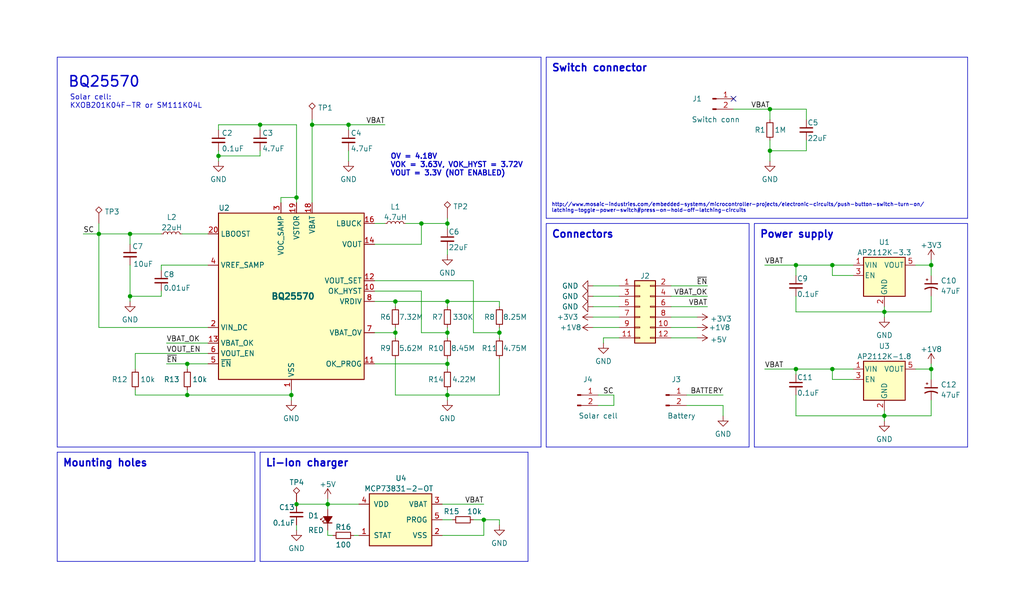
<source format=kicad_sch>
(kicad_sch (version 20230121) (generator eeschema)

  (uuid 65265907-6721-4f79-b3a8-f708d4e7460b)

  (paper "User" 250.012 150.012)

  (title_block
    (title "HexSense Svalbard - PWR")
    (date "2023-05-23")
    (company "MIT Media Lab")
    (comment 1 "Fangzheng Liu")
  )

  (lib_symbols
    (symbol "Battery_Management:BQ25570" (in_bom yes) (on_board yes)
      (property "Reference" "U?" (at -15.24 16.51 0)
        (effects (font (size 1.27 1.27)) (justify left))
      )
      (property "Value" "BQ25570" (at -2.54 -5.08 0)
        (effects (font (size 1.524 1.524) bold) (justify left))
      )
      (property "Footprint" "Package_DFN_QFN:QFN-20-1EP_3.5x3.5mm_P0.5mm_EP2x2mm" (at 7.62 33.02 0)
        (effects (font (size 1.27 1.27)) hide)
      )
      (property "Datasheet" "http://www.ti.com/lit/ds/symlink/bq25570.pdf" (at 10.16 30.48 0)
        (effects (font (size 1.27 1.27)) hide)
      )
      (property "ki_keywords" "harvester solar TEG charger li-on buck" (at 0 0 0)
        (effects (font (size 1.27 1.27)) hide)
      )
      (property "ki_description" "Nano Power Boost Charger and Buck Converter for Energy Harvester Powered Applications, QFN-20" (at 0 0 0)
        (effects (font (size 1.27 1.27)) hide)
      )
      (property "ki_fp_filters" "QFN*1EP*3.5x3.5mm*P0.5mm*" (at 0 0 0)
        (effects (font (size 1.27 1.27)) hide)
      )
      (symbol "BQ25570_0_1"
        (rectangle (start -15.24 15.24) (end 20.32 -25.4)
          (stroke (width 0.254) (type default))
          (fill (type background))
        )
      )
      (symbol "BQ25570_1_1"
        (pin power_in line (at 2.54 -27.94 90) (length 2.54)
          (name "VSS" (effects (font (size 1.27 1.27))))
          (number "1" (effects (font (size 1.27 1.27))))
        )
        (pin input line (at 22.86 -3.81 180) (length 2.54)
          (name "OK_HYST" (effects (font (size 1.27 1.27))))
          (number "10" (effects (font (size 1.27 1.27))))
        )
        (pin input line (at 22.86 -21.59 180) (length 2.54)
          (name "OK_PROG" (effects (font (size 1.27 1.27))))
          (number "11" (effects (font (size 1.27 1.27))))
        )
        (pin input line (at 22.86 -1.27 180) (length 2.54)
          (name "VOUT_SET" (effects (font (size 1.27 1.27))))
          (number "12" (effects (font (size 1.27 1.27))))
        )
        (pin output line (at -17.78 -16.51 0) (length 2.54)
          (name "VBAT_OK" (effects (font (size 1.27 1.27))))
          (number "13" (effects (font (size 1.27 1.27))))
        )
        (pin input line (at 22.86 7.62 180) (length 2.54)
          (name "VOUT" (effects (font (size 1.27 1.27))))
          (number "14" (effects (font (size 1.27 1.27))))
        )
        (pin passive line (at 2.54 -27.94 90) (length 2.54) hide
          (name "VSS" (effects (font (size 1.27 1.27))))
          (number "15" (effects (font (size 1.27 1.27))))
        )
        (pin passive line (at 22.86 12.7 180) (length 2.54)
          (name "LBUCK" (effects (font (size 1.27 1.27))))
          (number "16" (effects (font (size 1.27 1.27))))
        )
        (pin passive line (at 2.54 -27.94 90) (length 2.54) hide
          (name "VSS" (effects (font (size 1.27 1.27))))
          (number "17" (effects (font (size 1.27 1.27))))
        )
        (pin power_in line (at 7.62 17.78 270) (length 2.54)
          (name "VBAT" (effects (font (size 1.27 1.27))))
          (number "18" (effects (font (size 1.27 1.27))))
        )
        (pin power_out line (at 3.81 17.78 270) (length 2.54)
          (name "VSTOR" (effects (font (size 1.27 1.27))))
          (number "19" (effects (font (size 1.27 1.27))))
        )
        (pin power_in line (at -17.78 -12.7 0) (length 2.54)
          (name "VIN_DC" (effects (font (size 1.27 1.27))))
          (number "2" (effects (font (size 1.27 1.27))))
        )
        (pin passive line (at -17.78 10.16 0) (length 2.54)
          (name "LBOOST" (effects (font (size 1.27 1.27))))
          (number "20" (effects (font (size 1.27 1.27))))
        )
        (pin passive line (at 2.54 -27.94 90) (length 2.54) hide
          (name "VSS" (effects (font (size 1.27 1.27))))
          (number "21" (effects (font (size 1.27 1.27))))
        )
        (pin input line (at 0 17.78 270) (length 2.54)
          (name "VOC_SAMP" (effects (font (size 1.27 1.27))))
          (number "3" (effects (font (size 1.27 1.27))))
        )
        (pin passive line (at -17.78 2.54 0) (length 2.54)
          (name "VREF_SAMP" (effects (font (size 1.27 1.27))))
          (number "4" (effects (font (size 1.27 1.27))))
        )
        (pin input line (at -17.78 -21.59 0) (length 2.54)
          (name "~{EN}" (effects (font (size 1.27 1.27))))
          (number "5" (effects (font (size 1.27 1.27))))
        )
        (pin input line (at -17.78 -19.05 0) (length 2.54)
          (name "VOUT_EN" (effects (font (size 1.27 1.27))))
          (number "6" (effects (font (size 1.27 1.27))))
        )
        (pin input line (at 22.86 -13.97 180) (length 2.54)
          (name "VBAT_OV" (effects (font (size 1.27 1.27))))
          (number "7" (effects (font (size 1.27 1.27))))
        )
        (pin output line (at 22.86 -6.35 180) (length 2.54)
          (name "VRDIV" (effects (font (size 1.27 1.27))))
          (number "8" (effects (font (size 1.27 1.27))))
        )
        (pin passive line (at 2.54 -27.94 90) (length 2.54) hide
          (name "VSS" (effects (font (size 1.27 1.27))))
          (number "9" (effects (font (size 1.27 1.27))))
        )
      )
    )
    (symbol "Battery_Management:MCP73831-2-OT" (pin_names (offset 1.016)) (in_bom yes) (on_board yes)
      (property "Reference" "U?" (at -1.27 8.89 0)
        (effects (font (size 1.27 1.27)) (justify left))
      )
      (property "Value" "MCP73831-2-OT" (at -8.89 6.35 0)
        (effects (font (size 1.27 1.27)) (justify left))
      )
      (property "Footprint" "Package_TO_SOT_SMD:SOT-23-5" (at -15.24 24.13 0)
        (effects (font (size 1.27 1.27) italic) (justify left) hide)
      )
      (property "Datasheet" "http://ww1.microchip.com/downloads/en/DeviceDoc/20001984g.pdf" (at -2.54 26.67 0)
        (effects (font (size 1.27 1.27)) hide)
      )
      (property "ki_keywords" "battery charger lithium" (at 0 0 0)
        (effects (font (size 1.27 1.27)) hide)
      )
      (property "ki_description" "Single cell, Li-Ion/Li-Po charge management controller, 4.20V, Tri-State Status Output, in SOT23-5 package" (at 0 0 0)
        (effects (font (size 1.27 1.27)) hide)
      )
      (property "ki_fp_filters" "SOT?23*" (at 0 0 0)
        (effects (font (size 1.27 1.27)) hide)
      )
      (symbol "MCP73831-2-OT_0_1"
        (rectangle (start -7.62 5.08) (end 7.62 -7.62)
          (stroke (width 0.254) (type default))
          (fill (type background))
        )
      )
      (symbol "MCP73831-2-OT_1_1"
        (pin output line (at -10.16 -5.08 0) (length 2.54)
          (name "STAT" (effects (font (size 1.27 1.27))))
          (number "1" (effects (font (size 1.27 1.27))))
        )
        (pin power_in line (at 10.16 -5.08 180) (length 2.54)
          (name "VSS" (effects (font (size 1.27 1.27))))
          (number "2" (effects (font (size 1.27 1.27))))
        )
        (pin power_out line (at 10.16 2.54 180) (length 2.54)
          (name "VBAT" (effects (font (size 1.27 1.27))))
          (number "3" (effects (font (size 1.27 1.27))))
        )
        (pin power_in line (at -10.16 2.54 0) (length 2.54)
          (name "VDD" (effects (font (size 1.27 1.27))))
          (number "4" (effects (font (size 1.27 1.27))))
        )
        (pin input line (at 10.16 -1.27 180) (length 2.54)
          (name "PROG" (effects (font (size 1.27 1.27))))
          (number "5" (effects (font (size 1.27 1.27))))
        )
      )
    )
    (symbol "Connector:Conn_01x02_Male" (pin_names (offset 1.016) hide) (in_bom yes) (on_board yes)
      (property "Reference" "J" (at 0 2.54 0)
        (effects (font (size 1.27 1.27)))
      )
      (property "Value" "Conn_01x02_Male" (at 0 -5.08 0)
        (effects (font (size 1.27 1.27)))
      )
      (property "Footprint" "" (at 0 0 0)
        (effects (font (size 1.27 1.27)) hide)
      )
      (property "Datasheet" "~" (at 0 0 0)
        (effects (font (size 1.27 1.27)) hide)
      )
      (property "ki_keywords" "connector" (at 0 0 0)
        (effects (font (size 1.27 1.27)) hide)
      )
      (property "ki_description" "Generic connector, single row, 01x02, script generated (kicad-library-utils/schlib/autogen/connector/)" (at 0 0 0)
        (effects (font (size 1.27 1.27)) hide)
      )
      (property "ki_fp_filters" "Connector*:*_1x??_*" (at 0 0 0)
        (effects (font (size 1.27 1.27)) hide)
      )
      (symbol "Conn_01x02_Male_1_1"
        (polyline
          (pts
            (xy 1.27 -2.54)
            (xy 0.8636 -2.54)
          )
          (stroke (width 0.1524) (type default))
          (fill (type none))
        )
        (polyline
          (pts
            (xy 1.27 0)
            (xy 0.8636 0)
          )
          (stroke (width 0.1524) (type default))
          (fill (type none))
        )
        (rectangle (start 0.8636 -2.413) (end 0 -2.667)
          (stroke (width 0.1524) (type default))
          (fill (type outline))
        )
        (rectangle (start 0.8636 0.127) (end 0 -0.127)
          (stroke (width 0.1524) (type default))
          (fill (type outline))
        )
        (pin passive line (at 5.08 0 180) (length 3.81)
          (name "Pin_1" (effects (font (size 1.27 1.27))))
          (number "1" (effects (font (size 1.27 1.27))))
        )
        (pin passive line (at 5.08 -2.54 180) (length 3.81)
          (name "Pin_2" (effects (font (size 1.27 1.27))))
          (number "2" (effects (font (size 1.27 1.27))))
        )
      )
    )
    (symbol "Connector:Conn_01x02_Pin" (pin_names (offset 1.016) hide) (in_bom yes) (on_board yes)
      (property "Reference" "J" (at 0 2.54 0)
        (effects (font (size 1.27 1.27)))
      )
      (property "Value" "Conn_01x02_Pin" (at 0 -5.08 0)
        (effects (font (size 1.27 1.27)))
      )
      (property "Footprint" "" (at 0 0 0)
        (effects (font (size 1.27 1.27)) hide)
      )
      (property "Datasheet" "~" (at 0 0 0)
        (effects (font (size 1.27 1.27)) hide)
      )
      (property "ki_locked" "" (at 0 0 0)
        (effects (font (size 1.27 1.27)))
      )
      (property "ki_keywords" "connector" (at 0 0 0)
        (effects (font (size 1.27 1.27)) hide)
      )
      (property "ki_description" "Generic connector, single row, 01x02, script generated" (at 0 0 0)
        (effects (font (size 1.27 1.27)) hide)
      )
      (property "ki_fp_filters" "Connector*:*_1x??_*" (at 0 0 0)
        (effects (font (size 1.27 1.27)) hide)
      )
      (symbol "Conn_01x02_Pin_1_1"
        (polyline
          (pts
            (xy 1.27 -2.54)
            (xy 0.8636 -2.54)
          )
          (stroke (width 0.1524) (type default))
          (fill (type none))
        )
        (polyline
          (pts
            (xy 1.27 0)
            (xy 0.8636 0)
          )
          (stroke (width 0.1524) (type default))
          (fill (type none))
        )
        (rectangle (start 0.8636 -2.413) (end 0 -2.667)
          (stroke (width 0.1524) (type default))
          (fill (type outline))
        )
        (rectangle (start 0.8636 0.127) (end 0 -0.127)
          (stroke (width 0.1524) (type default))
          (fill (type outline))
        )
        (pin passive line (at 5.08 0 180) (length 3.81)
          (name "Pin_1" (effects (font (size 1.27 1.27))))
          (number "1" (effects (font (size 1.27 1.27))))
        )
        (pin passive line (at 5.08 -2.54 180) (length 3.81)
          (name "Pin_2" (effects (font (size 1.27 1.27))))
          (number "2" (effects (font (size 1.27 1.27))))
        )
      )
    )
    (symbol "Connector:TestPoint_Alt" (pin_numbers hide) (pin_names (offset 0.762) hide) (in_bom yes) (on_board yes)
      (property "Reference" "TP" (at 0 6.858 0)
        (effects (font (size 1.27 1.27)))
      )
      (property "Value" "TestPoint_Alt" (at 0 5.08 0)
        (effects (font (size 1.27 1.27)))
      )
      (property "Footprint" "" (at 5.08 0 0)
        (effects (font (size 1.27 1.27)) hide)
      )
      (property "Datasheet" "~" (at 5.08 0 0)
        (effects (font (size 1.27 1.27)) hide)
      )
      (property "ki_keywords" "test point tp" (at 0 0 0)
        (effects (font (size 1.27 1.27)) hide)
      )
      (property "ki_description" "test point (alternative shape)" (at 0 0 0)
        (effects (font (size 1.27 1.27)) hide)
      )
      (property "ki_fp_filters" "Pin* Test*" (at 0 0 0)
        (effects (font (size 1.27 1.27)) hide)
      )
      (symbol "TestPoint_Alt_0_1"
        (polyline
          (pts
            (xy 0 2.54)
            (xy -0.762 3.302)
            (xy 0 4.064)
            (xy 0.762 3.302)
            (xy 0 2.54)
          )
          (stroke (width 0) (type default))
          (fill (type none))
        )
      )
      (symbol "TestPoint_Alt_1_1"
        (pin passive line (at 0 0 90) (length 2.54)
          (name "1" (effects (font (size 1.27 1.27))))
          (number "1" (effects (font (size 1.27 1.27))))
        )
      )
    )
    (symbol "Connector_Generic:Conn_02x06_Odd_Even" (pin_names (offset 1.016) hide) (in_bom yes) (on_board yes)
      (property "Reference" "J" (at 1.27 7.62 0)
        (effects (font (size 1.27 1.27)))
      )
      (property "Value" "Conn_02x06_Odd_Even" (at 1.27 -10.16 0)
        (effects (font (size 1.27 1.27)))
      )
      (property "Footprint" "" (at 0 0 0)
        (effects (font (size 1.27 1.27)) hide)
      )
      (property "Datasheet" "~" (at 0 0 0)
        (effects (font (size 1.27 1.27)) hide)
      )
      (property "ki_keywords" "connector" (at 0 0 0)
        (effects (font (size 1.27 1.27)) hide)
      )
      (property "ki_description" "Generic connector, double row, 02x06, odd/even pin numbering scheme (row 1 odd numbers, row 2 even numbers), script generated (kicad-library-utils/schlib/autogen/connector/)" (at 0 0 0)
        (effects (font (size 1.27 1.27)) hide)
      )
      (property "ki_fp_filters" "Connector*:*_2x??_*" (at 0 0 0)
        (effects (font (size 1.27 1.27)) hide)
      )
      (symbol "Conn_02x06_Odd_Even_1_1"
        (rectangle (start -1.27 -7.493) (end 0 -7.747)
          (stroke (width 0.1524) (type default))
          (fill (type none))
        )
        (rectangle (start -1.27 -4.953) (end 0 -5.207)
          (stroke (width 0.1524) (type default))
          (fill (type none))
        )
        (rectangle (start -1.27 -2.413) (end 0 -2.667)
          (stroke (width 0.1524) (type default))
          (fill (type none))
        )
        (rectangle (start -1.27 0.127) (end 0 -0.127)
          (stroke (width 0.1524) (type default))
          (fill (type none))
        )
        (rectangle (start -1.27 2.667) (end 0 2.413)
          (stroke (width 0.1524) (type default))
          (fill (type none))
        )
        (rectangle (start -1.27 5.207) (end 0 4.953)
          (stroke (width 0.1524) (type default))
          (fill (type none))
        )
        (rectangle (start -1.27 6.35) (end 3.81 -8.89)
          (stroke (width 0.254) (type default))
          (fill (type background))
        )
        (rectangle (start 3.81 -7.493) (end 2.54 -7.747)
          (stroke (width 0.1524) (type default))
          (fill (type none))
        )
        (rectangle (start 3.81 -4.953) (end 2.54 -5.207)
          (stroke (width 0.1524) (type default))
          (fill (type none))
        )
        (rectangle (start 3.81 -2.413) (end 2.54 -2.667)
          (stroke (width 0.1524) (type default))
          (fill (type none))
        )
        (rectangle (start 3.81 0.127) (end 2.54 -0.127)
          (stroke (width 0.1524) (type default))
          (fill (type none))
        )
        (rectangle (start 3.81 2.667) (end 2.54 2.413)
          (stroke (width 0.1524) (type default))
          (fill (type none))
        )
        (rectangle (start 3.81 5.207) (end 2.54 4.953)
          (stroke (width 0.1524) (type default))
          (fill (type none))
        )
        (pin passive line (at -5.08 5.08 0) (length 3.81)
          (name "Pin_1" (effects (font (size 1.27 1.27))))
          (number "1" (effects (font (size 1.27 1.27))))
        )
        (pin passive line (at 7.62 -5.08 180) (length 3.81)
          (name "Pin_10" (effects (font (size 1.27 1.27))))
          (number "10" (effects (font (size 1.27 1.27))))
        )
        (pin passive line (at -5.08 -7.62 0) (length 3.81)
          (name "Pin_11" (effects (font (size 1.27 1.27))))
          (number "11" (effects (font (size 1.27 1.27))))
        )
        (pin passive line (at 7.62 -7.62 180) (length 3.81)
          (name "Pin_12" (effects (font (size 1.27 1.27))))
          (number "12" (effects (font (size 1.27 1.27))))
        )
        (pin passive line (at 7.62 5.08 180) (length 3.81)
          (name "Pin_2" (effects (font (size 1.27 1.27))))
          (number "2" (effects (font (size 1.27 1.27))))
        )
        (pin passive line (at -5.08 2.54 0) (length 3.81)
          (name "Pin_3" (effects (font (size 1.27 1.27))))
          (number "3" (effects (font (size 1.27 1.27))))
        )
        (pin passive line (at 7.62 2.54 180) (length 3.81)
          (name "Pin_4" (effects (font (size 1.27 1.27))))
          (number "4" (effects (font (size 1.27 1.27))))
        )
        (pin passive line (at -5.08 0 0) (length 3.81)
          (name "Pin_5" (effects (font (size 1.27 1.27))))
          (number "5" (effects (font (size 1.27 1.27))))
        )
        (pin passive line (at 7.62 0 180) (length 3.81)
          (name "Pin_6" (effects (font (size 1.27 1.27))))
          (number "6" (effects (font (size 1.27 1.27))))
        )
        (pin passive line (at -5.08 -2.54 0) (length 3.81)
          (name "Pin_7" (effects (font (size 1.27 1.27))))
          (number "7" (effects (font (size 1.27 1.27))))
        )
        (pin passive line (at 7.62 -2.54 180) (length 3.81)
          (name "Pin_8" (effects (font (size 1.27 1.27))))
          (number "8" (effects (font (size 1.27 1.27))))
        )
        (pin passive line (at -5.08 -5.08 0) (length 3.81)
          (name "Pin_9" (effects (font (size 1.27 1.27))))
          (number "9" (effects (font (size 1.27 1.27))))
        )
      )
    )
    (symbol "Device:C_Polarized_Small_US" (pin_numbers hide) (pin_names (offset 0.254) hide) (in_bom yes) (on_board yes)
      (property "Reference" "C" (at 0.254 1.778 0)
        (effects (font (size 1.27 1.27)) (justify left))
      )
      (property "Value" "C_Polarized_Small_US" (at 0.254 -2.032 0)
        (effects (font (size 1.27 1.27)) (justify left))
      )
      (property "Footprint" "" (at 0 0 0)
        (effects (font (size 1.27 1.27)) hide)
      )
      (property "Datasheet" "~" (at 0 0 0)
        (effects (font (size 1.27 1.27)) hide)
      )
      (property "ki_keywords" "cap capacitor" (at 0 0 0)
        (effects (font (size 1.27 1.27)) hide)
      )
      (property "ki_description" "Polarized capacitor, small US symbol" (at 0 0 0)
        (effects (font (size 1.27 1.27)) hide)
      )
      (property "ki_fp_filters" "CP_*" (at 0 0 0)
        (effects (font (size 1.27 1.27)) hide)
      )
      (symbol "C_Polarized_Small_US_0_1"
        (polyline
          (pts
            (xy -1.524 0.508)
            (xy 1.524 0.508)
          )
          (stroke (width 0.3048) (type default))
          (fill (type none))
        )
        (polyline
          (pts
            (xy -1.27 1.524)
            (xy -0.762 1.524)
          )
          (stroke (width 0) (type default))
          (fill (type none))
        )
        (polyline
          (pts
            (xy -1.016 1.27)
            (xy -1.016 1.778)
          )
          (stroke (width 0) (type default))
          (fill (type none))
        )
        (arc (start 1.524 -0.762) (mid 0 -0.3734) (end -1.524 -0.762)
          (stroke (width 0.3048) (type default))
          (fill (type none))
        )
      )
      (symbol "C_Polarized_Small_US_1_1"
        (pin passive line (at 0 2.54 270) (length 2.032)
          (name "~" (effects (font (size 1.27 1.27))))
          (number "1" (effects (font (size 1.27 1.27))))
        )
        (pin passive line (at 0 -2.54 90) (length 2.032)
          (name "~" (effects (font (size 1.27 1.27))))
          (number "2" (effects (font (size 1.27 1.27))))
        )
      )
    )
    (symbol "Device:C_Small" (pin_numbers hide) (pin_names (offset 0.254) hide) (in_bom yes) (on_board yes)
      (property "Reference" "C" (at 0.254 1.778 0)
        (effects (font (size 1.27 1.27)) (justify left))
      )
      (property "Value" "C_Small" (at 0.254 -2.032 0)
        (effects (font (size 1.27 1.27)) (justify left))
      )
      (property "Footprint" "" (at 0 0 0)
        (effects (font (size 1.27 1.27)) hide)
      )
      (property "Datasheet" "~" (at 0 0 0)
        (effects (font (size 1.27 1.27)) hide)
      )
      (property "ki_keywords" "capacitor cap" (at 0 0 0)
        (effects (font (size 1.27 1.27)) hide)
      )
      (property "ki_description" "Unpolarized capacitor, small symbol" (at 0 0 0)
        (effects (font (size 1.27 1.27)) hide)
      )
      (property "ki_fp_filters" "C_*" (at 0 0 0)
        (effects (font (size 1.27 1.27)) hide)
      )
      (symbol "C_Small_0_1"
        (polyline
          (pts
            (xy -1.524 -0.508)
            (xy 1.524 -0.508)
          )
          (stroke (width 0.3302) (type default))
          (fill (type none))
        )
        (polyline
          (pts
            (xy -1.524 0.508)
            (xy 1.524 0.508)
          )
          (stroke (width 0.3048) (type default))
          (fill (type none))
        )
      )
      (symbol "C_Small_1_1"
        (pin passive line (at 0 2.54 270) (length 2.032)
          (name "~" (effects (font (size 1.27 1.27))))
          (number "1" (effects (font (size 1.27 1.27))))
        )
        (pin passive line (at 0 -2.54 90) (length 2.032)
          (name "~" (effects (font (size 1.27 1.27))))
          (number "2" (effects (font (size 1.27 1.27))))
        )
      )
    )
    (symbol "Device:LED_Small_Filled" (pin_numbers hide) (pin_names (offset 0.254) hide) (in_bom yes) (on_board yes)
      (property "Reference" "D" (at -1.27 3.175 0)
        (effects (font (size 1.27 1.27)) (justify left))
      )
      (property "Value" "LED_Small_Filled" (at -4.445 -2.54 0)
        (effects (font (size 1.27 1.27)) (justify left))
      )
      (property "Footprint" "" (at 0 0 90)
        (effects (font (size 1.27 1.27)) hide)
      )
      (property "Datasheet" "~" (at 0 0 90)
        (effects (font (size 1.27 1.27)) hide)
      )
      (property "ki_keywords" "LED diode light-emitting-diode" (at 0 0 0)
        (effects (font (size 1.27 1.27)) hide)
      )
      (property "ki_description" "Light emitting diode, small symbol, filled shape" (at 0 0 0)
        (effects (font (size 1.27 1.27)) hide)
      )
      (property "ki_fp_filters" "LED* LED_SMD:* LED_THT:*" (at 0 0 0)
        (effects (font (size 1.27 1.27)) hide)
      )
      (symbol "LED_Small_Filled_0_1"
        (polyline
          (pts
            (xy -0.762 -1.016)
            (xy -0.762 1.016)
          )
          (stroke (width 0.254) (type default))
          (fill (type none))
        )
        (polyline
          (pts
            (xy 1.016 0)
            (xy -0.762 0)
          )
          (stroke (width 0) (type default))
          (fill (type none))
        )
        (polyline
          (pts
            (xy 0.762 -1.016)
            (xy -0.762 0)
            (xy 0.762 1.016)
            (xy 0.762 -1.016)
          )
          (stroke (width 0.254) (type default))
          (fill (type outline))
        )
        (polyline
          (pts
            (xy 0 0.762)
            (xy -0.508 1.27)
            (xy -0.254 1.27)
            (xy -0.508 1.27)
            (xy -0.508 1.016)
          )
          (stroke (width 0) (type default))
          (fill (type none))
        )
        (polyline
          (pts
            (xy 0.508 1.27)
            (xy 0 1.778)
            (xy 0.254 1.778)
            (xy 0 1.778)
            (xy 0 1.524)
          )
          (stroke (width 0) (type default))
          (fill (type none))
        )
      )
      (symbol "LED_Small_Filled_1_1"
        (pin passive line (at -2.54 0 0) (length 1.778)
          (name "K" (effects (font (size 1.27 1.27))))
          (number "1" (effects (font (size 1.27 1.27))))
        )
        (pin passive line (at 2.54 0 180) (length 1.778)
          (name "A" (effects (font (size 1.27 1.27))))
          (number "2" (effects (font (size 1.27 1.27))))
        )
      )
    )
    (symbol "Device:L_Small" (pin_numbers hide) (pin_names (offset 0.254) hide) (in_bom yes) (on_board yes)
      (property "Reference" "L" (at 0.762 1.016 0)
        (effects (font (size 1.27 1.27)) (justify left))
      )
      (property "Value" "L_Small" (at 0.762 -1.016 0)
        (effects (font (size 1.27 1.27)) (justify left))
      )
      (property "Footprint" "" (at 0 0 0)
        (effects (font (size 1.27 1.27)) hide)
      )
      (property "Datasheet" "~" (at 0 0 0)
        (effects (font (size 1.27 1.27)) hide)
      )
      (property "ki_keywords" "inductor choke coil reactor magnetic" (at 0 0 0)
        (effects (font (size 1.27 1.27)) hide)
      )
      (property "ki_description" "Inductor, small symbol" (at 0 0 0)
        (effects (font (size 1.27 1.27)) hide)
      )
      (property "ki_fp_filters" "Choke_* *Coil* Inductor_* L_*" (at 0 0 0)
        (effects (font (size 1.27 1.27)) hide)
      )
      (symbol "L_Small_0_1"
        (arc (start 0 -2.032) (mid 0.5058 -1.524) (end 0 -1.016)
          (stroke (width 0) (type default))
          (fill (type none))
        )
        (arc (start 0 -1.016) (mid 0.5058 -0.508) (end 0 0)
          (stroke (width 0) (type default))
          (fill (type none))
        )
        (arc (start 0 0) (mid 0.5058 0.508) (end 0 1.016)
          (stroke (width 0) (type default))
          (fill (type none))
        )
        (arc (start 0 1.016) (mid 0.5058 1.524) (end 0 2.032)
          (stroke (width 0) (type default))
          (fill (type none))
        )
      )
      (symbol "L_Small_1_1"
        (pin passive line (at 0 2.54 270) (length 0.508)
          (name "~" (effects (font (size 1.27 1.27))))
          (number "1" (effects (font (size 1.27 1.27))))
        )
        (pin passive line (at 0 -2.54 90) (length 0.508)
          (name "~" (effects (font (size 1.27 1.27))))
          (number "2" (effects (font (size 1.27 1.27))))
        )
      )
    )
    (symbol "Device:R_Small" (pin_numbers hide) (pin_names (offset 0.254) hide) (in_bom yes) (on_board yes)
      (property "Reference" "R" (at 0.762 0.508 0)
        (effects (font (size 1.27 1.27)) (justify left))
      )
      (property "Value" "R_Small" (at 0.762 -1.016 0)
        (effects (font (size 1.27 1.27)) (justify left))
      )
      (property "Footprint" "" (at 0 0 0)
        (effects (font (size 1.27 1.27)) hide)
      )
      (property "Datasheet" "~" (at 0 0 0)
        (effects (font (size 1.27 1.27)) hide)
      )
      (property "ki_keywords" "R resistor" (at 0 0 0)
        (effects (font (size 1.27 1.27)) hide)
      )
      (property "ki_description" "Resistor, small symbol" (at 0 0 0)
        (effects (font (size 1.27 1.27)) hide)
      )
      (property "ki_fp_filters" "R_*" (at 0 0 0)
        (effects (font (size 1.27 1.27)) hide)
      )
      (symbol "R_Small_0_1"
        (rectangle (start -0.762 1.778) (end 0.762 -1.778)
          (stroke (width 0.2032) (type default))
          (fill (type none))
        )
      )
      (symbol "R_Small_1_1"
        (pin passive line (at 0 2.54 270) (length 0.762)
          (name "~" (effects (font (size 1.27 1.27))))
          (number "1" (effects (font (size 1.27 1.27))))
        )
        (pin passive line (at 0 -2.54 90) (length 0.762)
          (name "~" (effects (font (size 1.27 1.27))))
          (number "2" (effects (font (size 1.27 1.27))))
        )
      )
    )
    (symbol "Regulator_Linear:AP2112K-1.8" (pin_names (offset 0.254)) (in_bom yes) (on_board yes)
      (property "Reference" "U" (at -5.08 5.715 0)
        (effects (font (size 1.27 1.27)) (justify left))
      )
      (property "Value" "AP2112K-1.8" (at 0 5.715 0)
        (effects (font (size 1.27 1.27)) (justify left))
      )
      (property "Footprint" "Package_TO_SOT_SMD:SOT-23-5" (at 0 8.255 0)
        (effects (font (size 1.27 1.27)) hide)
      )
      (property "Datasheet" "https://www.diodes.com/assets/Datasheets/AP2112.pdf" (at 0 2.54 0)
        (effects (font (size 1.27 1.27)) hide)
      )
      (property "ki_keywords" "linear regulator ldo fixed positive" (at 0 0 0)
        (effects (font (size 1.27 1.27)) hide)
      )
      (property "ki_description" "600mA low dropout linear regulator, with enable pin, 2.5V-6V input voltage range, 1.8V fixed positive output, SOT-23-5" (at 0 0 0)
        (effects (font (size 1.27 1.27)) hide)
      )
      (property "ki_fp_filters" "SOT?23?5*" (at 0 0 0)
        (effects (font (size 1.27 1.27)) hide)
      )
      (symbol "AP2112K-1.8_0_1"
        (rectangle (start -5.08 4.445) (end 5.08 -5.08)
          (stroke (width 0.254) (type default))
          (fill (type background))
        )
      )
      (symbol "AP2112K-1.8_1_1"
        (pin power_in line (at -7.62 2.54 0) (length 2.54)
          (name "VIN" (effects (font (size 1.27 1.27))))
          (number "1" (effects (font (size 1.27 1.27))))
        )
        (pin power_in line (at 0 -7.62 90) (length 2.54)
          (name "GND" (effects (font (size 1.27 1.27))))
          (number "2" (effects (font (size 1.27 1.27))))
        )
        (pin input line (at -7.62 0 0) (length 2.54)
          (name "EN" (effects (font (size 1.27 1.27))))
          (number "3" (effects (font (size 1.27 1.27))))
        )
        (pin no_connect line (at 5.08 0 180) (length 2.54) hide
          (name "NC" (effects (font (size 1.27 1.27))))
          (number "4" (effects (font (size 1.27 1.27))))
        )
        (pin power_out line (at 7.62 2.54 180) (length 2.54)
          (name "VOUT" (effects (font (size 1.27 1.27))))
          (number "5" (effects (font (size 1.27 1.27))))
        )
      )
    )
    (symbol "Regulator_Linear:AP2112K-3.3" (pin_names (offset 0.254)) (in_bom yes) (on_board yes)
      (property "Reference" "U" (at -5.08 5.715 0)
        (effects (font (size 1.27 1.27)) (justify left))
      )
      (property "Value" "AP2112K-3.3" (at 0 5.715 0)
        (effects (font (size 1.27 1.27)) (justify left))
      )
      (property "Footprint" "Package_TO_SOT_SMD:SOT-23-5" (at 0 8.255 0)
        (effects (font (size 1.27 1.27)) hide)
      )
      (property "Datasheet" "https://www.diodes.com/assets/Datasheets/AP2112.pdf" (at 0 2.54 0)
        (effects (font (size 1.27 1.27)) hide)
      )
      (property "ki_keywords" "linear regulator ldo fixed positive" (at 0 0 0)
        (effects (font (size 1.27 1.27)) hide)
      )
      (property "ki_description" "600mA low dropout linear regulator, with enable pin, 3.8V-6V input voltage range, 3.3V fixed positive output, SOT-23-5" (at 0 0 0)
        (effects (font (size 1.27 1.27)) hide)
      )
      (property "ki_fp_filters" "SOT?23?5*" (at 0 0 0)
        (effects (font (size 1.27 1.27)) hide)
      )
      (symbol "AP2112K-3.3_0_1"
        (rectangle (start -5.08 4.445) (end 5.08 -5.08)
          (stroke (width 0.254) (type default))
          (fill (type background))
        )
      )
      (symbol "AP2112K-3.3_1_1"
        (pin power_in line (at -7.62 2.54 0) (length 2.54)
          (name "VIN" (effects (font (size 1.27 1.27))))
          (number "1" (effects (font (size 1.27 1.27))))
        )
        (pin power_in line (at 0 -7.62 90) (length 2.54)
          (name "GND" (effects (font (size 1.27 1.27))))
          (number "2" (effects (font (size 1.27 1.27))))
        )
        (pin input line (at -7.62 0 0) (length 2.54)
          (name "EN" (effects (font (size 1.27 1.27))))
          (number "3" (effects (font (size 1.27 1.27))))
        )
        (pin no_connect line (at 5.08 0 180) (length 2.54) hide
          (name "NC" (effects (font (size 1.27 1.27))))
          (number "4" (effects (font (size 1.27 1.27))))
        )
        (pin power_out line (at 7.62 2.54 180) (length 2.54)
          (name "VOUT" (effects (font (size 1.27 1.27))))
          (number "5" (effects (font (size 1.27 1.27))))
        )
      )
    )
    (symbol "power:+1V8" (power) (pin_names (offset 0)) (in_bom yes) (on_board yes)
      (property "Reference" "#PWR" (at 0 -3.81 0)
        (effects (font (size 1.27 1.27)) hide)
      )
      (property "Value" "+1V8" (at 0 3.556 0)
        (effects (font (size 1.27 1.27)))
      )
      (property "Footprint" "" (at 0 0 0)
        (effects (font (size 1.27 1.27)) hide)
      )
      (property "Datasheet" "" (at 0 0 0)
        (effects (font (size 1.27 1.27)) hide)
      )
      (property "ki_keywords" "power-flag" (at 0 0 0)
        (effects (font (size 1.27 1.27)) hide)
      )
      (property "ki_description" "Power symbol creates a global label with name \"+1V8\"" (at 0 0 0)
        (effects (font (size 1.27 1.27)) hide)
      )
      (symbol "+1V8_0_1"
        (polyline
          (pts
            (xy -0.762 1.27)
            (xy 0 2.54)
          )
          (stroke (width 0) (type default))
          (fill (type none))
        )
        (polyline
          (pts
            (xy 0 0)
            (xy 0 2.54)
          )
          (stroke (width 0) (type default))
          (fill (type none))
        )
        (polyline
          (pts
            (xy 0 2.54)
            (xy 0.762 1.27)
          )
          (stroke (width 0) (type default))
          (fill (type none))
        )
      )
      (symbol "+1V8_1_1"
        (pin power_in line (at 0 0 90) (length 0) hide
          (name "+1V8" (effects (font (size 1.27 1.27))))
          (number "1" (effects (font (size 1.27 1.27))))
        )
      )
    )
    (symbol "power:+3.3V" (power) (pin_names (offset 0)) (in_bom yes) (on_board yes)
      (property "Reference" "#PWR" (at 0 -3.81 0)
        (effects (font (size 1.27 1.27)) hide)
      )
      (property "Value" "+3.3V" (at 0 3.556 0)
        (effects (font (size 1.27 1.27)))
      )
      (property "Footprint" "" (at 0 0 0)
        (effects (font (size 1.27 1.27)) hide)
      )
      (property "Datasheet" "" (at 0 0 0)
        (effects (font (size 1.27 1.27)) hide)
      )
      (property "ki_keywords" "power-flag" (at 0 0 0)
        (effects (font (size 1.27 1.27)) hide)
      )
      (property "ki_description" "Power symbol creates a global label with name \"+3.3V\"" (at 0 0 0)
        (effects (font (size 1.27 1.27)) hide)
      )
      (symbol "+3.3V_0_1"
        (polyline
          (pts
            (xy -0.762 1.27)
            (xy 0 2.54)
          )
          (stroke (width 0) (type default))
          (fill (type none))
        )
        (polyline
          (pts
            (xy 0 0)
            (xy 0 2.54)
          )
          (stroke (width 0) (type default))
          (fill (type none))
        )
        (polyline
          (pts
            (xy 0 2.54)
            (xy 0.762 1.27)
          )
          (stroke (width 0) (type default))
          (fill (type none))
        )
      )
      (symbol "+3.3V_1_1"
        (pin power_in line (at 0 0 90) (length 0) hide
          (name "+3V3" (effects (font (size 1.27 1.27))))
          (number "1" (effects (font (size 1.27 1.27))))
        )
      )
    )
    (symbol "power:+5V" (power) (pin_names (offset 0)) (in_bom yes) (on_board yes)
      (property "Reference" "#PWR" (at 0 -3.81 0)
        (effects (font (size 1.27 1.27)) hide)
      )
      (property "Value" "+5V" (at 0 3.556 0)
        (effects (font (size 1.27 1.27)))
      )
      (property "Footprint" "" (at 0 0 0)
        (effects (font (size 1.27 1.27)) hide)
      )
      (property "Datasheet" "" (at 0 0 0)
        (effects (font (size 1.27 1.27)) hide)
      )
      (property "ki_keywords" "power-flag" (at 0 0 0)
        (effects (font (size 1.27 1.27)) hide)
      )
      (property "ki_description" "Power symbol creates a global label with name \"+5V\"" (at 0 0 0)
        (effects (font (size 1.27 1.27)) hide)
      )
      (symbol "+5V_0_1"
        (polyline
          (pts
            (xy -0.762 1.27)
            (xy 0 2.54)
          )
          (stroke (width 0) (type default))
          (fill (type none))
        )
        (polyline
          (pts
            (xy 0 0)
            (xy 0 2.54)
          )
          (stroke (width 0) (type default))
          (fill (type none))
        )
        (polyline
          (pts
            (xy 0 2.54)
            (xy 0.762 1.27)
          )
          (stroke (width 0) (type default))
          (fill (type none))
        )
      )
      (symbol "+5V_1_1"
        (pin power_in line (at 0 0 90) (length 0) hide
          (name "+5V" (effects (font (size 1.27 1.27))))
          (number "1" (effects (font (size 1.27 1.27))))
        )
      )
    )
    (symbol "power:GND" (power) (pin_names (offset 0)) (in_bom yes) (on_board yes)
      (property "Reference" "#PWR" (at 0 -6.35 0)
        (effects (font (size 1.27 1.27)) hide)
      )
      (property "Value" "GND" (at 0 -3.81 0)
        (effects (font (size 1.27 1.27)))
      )
      (property "Footprint" "" (at 0 0 0)
        (effects (font (size 1.27 1.27)) hide)
      )
      (property "Datasheet" "" (at 0 0 0)
        (effects (font (size 1.27 1.27)) hide)
      )
      (property "ki_keywords" "power-flag" (at 0 0 0)
        (effects (font (size 1.27 1.27)) hide)
      )
      (property "ki_description" "Power symbol creates a global label with name \"GND\" , ground" (at 0 0 0)
        (effects (font (size 1.27 1.27)) hide)
      )
      (symbol "GND_0_1"
        (polyline
          (pts
            (xy 0 0)
            (xy 0 -1.27)
            (xy 1.27 -1.27)
            (xy 0 -2.54)
            (xy -1.27 -1.27)
            (xy 0 -1.27)
          )
          (stroke (width 0) (type default))
          (fill (type none))
        )
      )
      (symbol "GND_1_1"
        (pin power_in line (at 0 0 270) (length 0) hide
          (name "GND" (effects (font (size 1.27 1.27))))
          (number "1" (effects (font (size 1.27 1.27))))
        )
      )
    )
  )

  (junction (at 187.96 26.67) (diameter 0) (color 0 0 0 0)
    (uuid 004c22a8-6ea7-455a-b8a4-4a6f7993f29d)
  )
  (junction (at 72.39 123.19) (diameter 0) (color 0 0 0 0)
    (uuid 08d17fa6-0626-4e63-a1ed-3904aa68c725)
  )
  (junction (at 63.5 30.48) (diameter 0) (color 0 0 0 0)
    (uuid 12ff6103-1c11-4678-9beb-6572f6874962)
  )
  (junction (at 203.2 64.77) (diameter 0) (color 0 0 0 0)
    (uuid 14ea7c5e-302c-4c88-aa76-5bb8847acde2)
  )
  (junction (at 31.75 72.39) (diameter 0) (color 0 0 0 0)
    (uuid 16a50ce0-644a-4301-9dd4-d7f809ba5fae)
  )
  (junction (at 109.22 73.66) (diameter 0) (color 0 0 0 0)
    (uuid 28f5ea1b-3c1e-4431-8cc4-193520e0a498)
  )
  (junction (at 109.22 81.28) (diameter 0) (color 0 0 0 0)
    (uuid 2dcf16b8-1dbb-4768-9443-a2fd7c74378a)
  )
  (junction (at 85.09 30.48) (diameter 0) (color 0 0 0 0)
    (uuid 381c8642-7feb-4fb7-a516-9df674ae5c43)
  )
  (junction (at 109.22 96.52) (diameter 0) (color 0 0 0 0)
    (uuid 38bcd18e-d2ae-4b21-ac9d-e6032dc5bd03)
  )
  (junction (at 118.11 127) (diameter 0) (color 0 0 0 0)
    (uuid 3cdad5cc-bc98-49f2-a23f-34f1bfce57a9)
  )
  (junction (at 109.22 88.9) (diameter 0) (color 0 0 0 0)
    (uuid 3f79f3bf-9fe0-4f9e-83fe-de220f7a373c)
  )
  (junction (at 31.75 57.15) (diameter 0) (color 0 0 0 0)
    (uuid 49e20fc3-c328-40a5-9bfe-2488dcd6f86b)
  )
  (junction (at 227.33 90.17) (diameter 0) (color 0 0 0 0)
    (uuid 4b72cb55-ca92-4757-826e-c6ad5f81ff66)
  )
  (junction (at 215.9 101.6) (diameter 0) (color 0 0 0 0)
    (uuid 615484b7-146a-49b1-aea7-d76a2dc60b07)
  )
  (junction (at 109.22 54.61) (diameter 0) (color 0 0 0 0)
    (uuid 6b1918e9-6991-4782-9eca-0356480e5d5b)
  )
  (junction (at 96.52 73.66) (diameter 0) (color 0 0 0 0)
    (uuid 6c167dfd-f3c3-43b4-bc75-b923b233b3e5)
  )
  (junction (at 194.31 90.17) (diameter 0) (color 0 0 0 0)
    (uuid 7bf83fcb-5b30-403b-a653-cb169afce017)
  )
  (junction (at 96.52 81.28) (diameter 0) (color 0 0 0 0)
    (uuid 7f023854-0613-47f9-872a-3058512879ef)
  )
  (junction (at 45.72 96.52) (diameter 0) (color 0 0 0 0)
    (uuid 861a6027-a0e0-4d8e-b69e-9ef2bfc265b4)
  )
  (junction (at 194.31 64.77) (diameter 0) (color 0 0 0 0)
    (uuid 930b2c69-645c-4981-9cf9-42be6abf0cb8)
  )
  (junction (at 45.72 88.9) (diameter 0) (color 0 0 0 0)
    (uuid a8a1864f-23e5-42a4-b969-92cc7e48c840)
  )
  (junction (at 76.2 30.48) (diameter 0) (color 0 0 0 0)
    (uuid a9bc2fc4-186a-4190-9f67-efb7d4e8f602)
  )
  (junction (at 102.87 54.61) (diameter 0) (color 0 0 0 0)
    (uuid b5bb9540-58c2-4dc3-ae68-bec4f02a6e84)
  )
  (junction (at 187.96 36.83) (diameter 0) (color 0 0 0 0)
    (uuid c1018a94-a757-46e6-a960-d2795ec7ddae)
  )
  (junction (at 80.01 123.19) (diameter 0) (color 0 0 0 0)
    (uuid d87767ed-31ea-467b-bbdc-f5c372656c2c)
  )
  (junction (at 24.13 57.15) (diameter 0) (color 0 0 0 0)
    (uuid e145c37a-a2a2-4a21-9314-f63ead85fb7d)
  )
  (junction (at 215.9 76.2) (diameter 0) (color 0 0 0 0)
    (uuid e2bc7171-df57-4c47-a861-f07659a260e3)
  )
  (junction (at 72.39 48.26) (diameter 0) (color 0 0 0 0)
    (uuid e809a228-747d-49cb-afbc-e6928ca630f7)
  )
  (junction (at 121.92 81.28) (diameter 0) (color 0 0 0 0)
    (uuid ee59c1ba-4eb8-4f8f-8769-5bb3946c9ebc)
  )
  (junction (at 203.2 90.17) (diameter 0) (color 0 0 0 0)
    (uuid f389a417-3262-4413-86a3-2f0a2cfb71d0)
  )
  (junction (at 71.12 96.52) (diameter 0) (color 0 0 0 0)
    (uuid f45b1173-52da-4975-864f-5dbfe32555bf)
  )
  (junction (at 53.34 38.1) (diameter 0) (color 0 0 0 0)
    (uuid f6e16180-125f-42e1-82da-6e1eeacc4d74)
  )
  (junction (at 227.33 64.77) (diameter 0) (color 0 0 0 0)
    (uuid fb3544ed-cd46-44c1-9016-ec27c21ce762)
  )

  (no_connect (at 179.07 24.13) (uuid fe117c37-acb5-439f-83d1-d67541c0b4d9))

  (wire (pts (xy 176.53 99.06) (xy 176.53 101.6))
    (stroke (width 0) (type default))
    (uuid 00cc6313-fc54-4a7a-8e7f-0b5824181f4a)
  )
  (wire (pts (xy 121.92 96.52) (xy 121.92 87.63))
    (stroke (width 0) (type default))
    (uuid 0100ad9c-150d-448a-a7c9-ab6ec025dec3)
  )
  (polyline (pts (xy 182.88 54.61) (xy 182.88 109.22))
    (stroke (width 0) (type default))
    (uuid 027d512b-e8c6-4a51-acb7-2e0c7560e559)
  )

  (wire (pts (xy 107.95 127) (xy 110.49 127))
    (stroke (width 0) (type default))
    (uuid 02926e67-18d3-44b4-9207-55bb5c3e5878)
  )
  (wire (pts (xy 163.83 74.93) (xy 172.72 74.93))
    (stroke (width 0) (type default))
    (uuid 03ecf1e6-4367-4a58-a81c-e273a1b75204)
  )
  (wire (pts (xy 215.9 76.2) (xy 227.33 76.2))
    (stroke (width 0) (type default))
    (uuid 04254e1d-baec-4aaf-902c-83e187f0b7b4)
  )
  (wire (pts (xy 33.02 86.36) (xy 50.8 86.36))
    (stroke (width 0) (type default))
    (uuid 0693253d-c948-411d-a3d5-637b592f13b0)
  )
  (wire (pts (xy 45.72 88.9) (xy 50.8 88.9))
    (stroke (width 0) (type default))
    (uuid 06a754a1-e0cc-4f14-b7df-4c1c680e6e3e)
  )
  (wire (pts (xy 215.9 100.33) (xy 215.9 101.6))
    (stroke (width 0) (type default))
    (uuid 0b470632-f266-4f88-a9ca-29840e1aef77)
  )
  (wire (pts (xy 187.96 34.29) (xy 187.96 36.83))
    (stroke (width 0) (type default))
    (uuid 0c85b801-19a7-4e41-bffe-17bf0ade62ee)
  )
  (wire (pts (xy 80.01 130.81) (xy 81.28 130.81))
    (stroke (width 0) (type default))
    (uuid 0cf7750b-55d5-4f70-b2bb-8970b63b8b2f)
  )
  (polyline (pts (xy 63.5 110.49) (xy 128.905 110.49))
    (stroke (width 0) (type default))
    (uuid 0d3bc601-e3f0-4ea2-8a0e-2531b51b425b)
  )

  (wire (pts (xy 33.02 95.25) (xy 33.02 96.52))
    (stroke (width 0) (type default))
    (uuid 0ffb3caa-c2dc-4ccc-aa70-49c30e2c16c1)
  )
  (wire (pts (xy 121.92 73.66) (xy 121.92 74.93))
    (stroke (width 0) (type default))
    (uuid 1041e59a-05dc-4999-acc6-978899146095)
  )
  (polyline (pts (xy 62.23 110.49) (xy 13.97 110.49))
    (stroke (width 0) (type default))
    (uuid 112550a6-2f51-4afe-8e76-b8860014e73b)
  )
  (polyline (pts (xy 13.97 110.49) (xy 13.97 137.16))
    (stroke (width 0) (type default))
    (uuid 126c320d-e12b-48bd-b94a-6aea356547ff)
  )

  (wire (pts (xy 121.92 81.28) (xy 121.92 82.55))
    (stroke (width 0) (type default))
    (uuid 171cc961-e3ad-4ab5-a7be-7c1d19ac2989)
  )
  (wire (pts (xy 167.64 96.52) (xy 176.53 96.52))
    (stroke (width 0) (type default))
    (uuid 18c4d9f3-cadc-4442-9fbd-a7ceac83d41d)
  )
  (wire (pts (xy 53.34 38.1) (xy 63.5 38.1))
    (stroke (width 0) (type default))
    (uuid 1bc16062-79ef-4eec-b087-d2d3c4604468)
  )
  (wire (pts (xy 44.45 57.15) (xy 50.8 57.15))
    (stroke (width 0) (type default))
    (uuid 1bfe171a-98d9-46db-9492-855c2e95383e)
  )
  (polyline (pts (xy 133.35 13.97) (xy 133.35 53.34))
    (stroke (width 0) (type default))
    (uuid 1c8c2bc9-89ec-4a26-a70b-0588137c3bfa)
  )

  (wire (pts (xy 196.85 36.83) (xy 196.85 34.29))
    (stroke (width 0) (type default))
    (uuid 1e1150ec-d0d4-4ff5-a773-95da9afd5198)
  )
  (polyline (pts (xy 128.905 110.49) (xy 128.905 137.16))
    (stroke (width 0) (type default))
    (uuid 23244101-1cc1-425e-b45b-a6dfb07bd773)
  )
  (polyline (pts (xy 13.97 137.16) (xy 62.23 137.16))
    (stroke (width 0) (type default))
    (uuid 249af2ff-91fe-4f05-8340-7904b99c5763)
  )

  (wire (pts (xy 85.09 30.48) (xy 93.98 30.48))
    (stroke (width 0) (type default))
    (uuid 269e3282-9056-4942-b7d0-3a4e634bdcd6)
  )
  (wire (pts (xy 163.83 80.01) (xy 170.18 80.01))
    (stroke (width 0) (type default))
    (uuid 279621b0-23ee-47a1-a88c-1617cc0efd90)
  )
  (wire (pts (xy 149.86 96.52) (xy 149.86 99.06))
    (stroke (width 0) (type default))
    (uuid 2a3045fd-49b2-4e17-94bf-b5864659b054)
  )
  (wire (pts (xy 194.31 64.77) (xy 203.2 64.77))
    (stroke (width 0) (type default))
    (uuid 2b12e5d0-b61b-488e-898c-894092f9956c)
  )
  (wire (pts (xy 109.22 73.66) (xy 109.22 74.93))
    (stroke (width 0) (type default))
    (uuid 2d229306-526d-4ef0-8bb9-3dc6690bdfea)
  )
  (polyline (pts (xy 236.22 53.34) (xy 133.35 53.34))
    (stroke (width 0) (type default))
    (uuid 2da2df58-cbfd-4b3c-8cb1-632acfe45655)
  )

  (wire (pts (xy 72.39 128.27) (xy 72.39 129.54))
    (stroke (width 0) (type default))
    (uuid 2ddcd55f-8c15-4e78-bc5a-4b9fdbae2dc6)
  )
  (wire (pts (xy 96.52 96.52) (xy 109.22 96.52))
    (stroke (width 0) (type default))
    (uuid 2e93987f-fdc3-4413-aeee-bf2e475e7773)
  )
  (polyline (pts (xy 13.97 13.97) (xy 13.97 109.22))
    (stroke (width 0) (type default))
    (uuid 2ee0b466-c444-4035-84c9-a050e466f5bc)
  )

  (wire (pts (xy 39.37 71.12) (xy 39.37 72.39))
    (stroke (width 0) (type default))
    (uuid 30916c3b-d512-4211-9c70-e44b6ad9522b)
  )
  (wire (pts (xy 86.36 130.81) (xy 87.63 130.81))
    (stroke (width 0) (type default))
    (uuid 3096be9b-234a-4190-a45e-75d186fc2105)
  )
  (wire (pts (xy 39.37 66.04) (xy 39.37 64.77))
    (stroke (width 0) (type default))
    (uuid 360f76cc-c29c-40ba-bd12-0f86baeba6fa)
  )
  (wire (pts (xy 194.31 90.17) (xy 194.31 91.44))
    (stroke (width 0) (type default))
    (uuid 36f49dd6-d579-47c1-933a-7c41cd17815f)
  )
  (wire (pts (xy 63.5 30.48) (xy 72.39 30.48))
    (stroke (width 0) (type default))
    (uuid 380b7fad-c298-4d97-bc6f-908a1a18ef46)
  )
  (polyline (pts (xy 184.15 54.61) (xy 184.15 109.22))
    (stroke (width 0) (type default))
    (uuid 381c5588-4de9-4ac5-9d2c-80e7294c3d07)
  )

  (wire (pts (xy 109.22 81.28) (xy 109.22 82.55))
    (stroke (width 0) (type default))
    (uuid 383002c1-14ea-49dc-8352-b5997e70c319)
  )
  (wire (pts (xy 107.95 123.19) (xy 118.11 123.19))
    (stroke (width 0) (type default))
    (uuid 3ae6bd90-2479-41e4-b033-88c5ed155fd7)
  )
  (polyline (pts (xy 128.905 137.16) (xy 63.5 137.16))
    (stroke (width 0) (type default))
    (uuid 3ba61b8f-2eec-4900-8cf9-5c851101d3d5)
  )

  (wire (pts (xy 31.75 73.66) (xy 31.75 72.39))
    (stroke (width 0) (type default))
    (uuid 3dd638b7-ac65-4373-9426-b45ca419e2fa)
  )
  (wire (pts (xy 53.34 31.75) (xy 53.34 30.48))
    (stroke (width 0) (type default))
    (uuid 409301e4-9f1e-4765-a8d2-4989f50325c7)
  )
  (wire (pts (xy 71.12 95.25) (xy 71.12 96.52))
    (stroke (width 0) (type default))
    (uuid 413f23d4-0d9a-456f-9ec2-08de9c3de90b)
  )
  (wire (pts (xy 196.85 26.67) (xy 196.85 29.21))
    (stroke (width 0) (type default))
    (uuid 4267badd-bb22-49c3-85bb-3f19111ace45)
  )
  (wire (pts (xy 24.13 54.61) (xy 24.13 57.15))
    (stroke (width 0) (type default))
    (uuid 44b5df8e-5e06-454b-b3df-11c61d3aaaae)
  )
  (wire (pts (xy 68.58 49.53) (xy 68.58 48.26))
    (stroke (width 0) (type default))
    (uuid 485b6d26-abe3-4abc-a26d-5a92cc22cbf3)
  )
  (wire (pts (xy 215.9 101.6) (xy 215.9 102.87))
    (stroke (width 0) (type default))
    (uuid 4a251f19-956b-4e84-9665-d9a1d5b4a252)
  )
  (wire (pts (xy 24.13 57.15) (xy 24.13 80.01))
    (stroke (width 0) (type default))
    (uuid 4bb8fe6e-da5e-4edc-a6ec-1373b81e14af)
  )
  (wire (pts (xy 167.64 99.06) (xy 176.53 99.06))
    (stroke (width 0) (type default))
    (uuid 4e8ed6e0-0dab-47f5-bcf0-a4956039639c)
  )
  (wire (pts (xy 186.69 64.77) (xy 194.31 64.77))
    (stroke (width 0) (type default))
    (uuid 4fe641c6-8532-4bde-bd8b-213867201aed)
  )
  (polyline (pts (xy 133.35 54.61) (xy 182.88 54.61))
    (stroke (width 0) (type default))
    (uuid 53d0b2cd-bae8-420b-b9ef-ee753e4b5b86)
  )

  (wire (pts (xy 109.22 96.52) (xy 109.22 97.79))
    (stroke (width 0) (type default))
    (uuid 55f7caf6-b8a9-433a-8253-ae3f6be65921)
  )
  (wire (pts (xy 144.78 72.39) (xy 151.13 72.39))
    (stroke (width 0) (type default))
    (uuid 583d81ac-bb77-4a50-b097-9ee609ed0385)
  )
  (wire (pts (xy 53.34 30.48) (xy 63.5 30.48))
    (stroke (width 0) (type default))
    (uuid 59f2e29f-1155-427e-9a95-652f62429efe)
  )
  (wire (pts (xy 102.87 59.69) (xy 102.87 54.61))
    (stroke (width 0) (type default))
    (uuid 5a8786e6-c6a7-4f60-8e17-b2f873ae2e8b)
  )
  (wire (pts (xy 215.9 74.93) (xy 215.9 76.2))
    (stroke (width 0) (type default))
    (uuid 5c41b3ed-9b45-43b4-9c22-072dd3454c3c)
  )
  (wire (pts (xy 227.33 64.77) (xy 227.33 67.31))
    (stroke (width 0) (type default))
    (uuid 5f7bd0e0-bb7c-49ac-be7a-885d89ac700c)
  )
  (wire (pts (xy 109.22 87.63) (xy 109.22 88.9))
    (stroke (width 0) (type default))
    (uuid 6109e4d3-9ea8-405e-8c12-5e9e50eacb26)
  )
  (wire (pts (xy 227.33 76.2) (xy 227.33 72.39))
    (stroke (width 0) (type default))
    (uuid 61c92099-a01a-45cd-8d83-29a490d26749)
  )
  (wire (pts (xy 76.2 29.21) (xy 76.2 30.48))
    (stroke (width 0) (type default))
    (uuid 62eff552-7a75-4291-a9ee-514d0b3c1c9c)
  )
  (wire (pts (xy 223.52 90.17) (xy 227.33 90.17))
    (stroke (width 0) (type default))
    (uuid 63b9ddf8-f4df-4bcd-a153-4a5a389e04b0)
  )
  (wire (pts (xy 109.22 96.52) (xy 121.92 96.52))
    (stroke (width 0) (type default))
    (uuid 65b8109b-d9a7-49a7-b38d-96c589c57d00)
  )
  (wire (pts (xy 115.57 68.58) (xy 115.57 81.28))
    (stroke (width 0) (type default))
    (uuid 6618ebd7-6d3f-47bf-b6f5-efce07560aec)
  )
  (wire (pts (xy 194.31 72.39) (xy 194.31 76.2))
    (stroke (width 0) (type default))
    (uuid 66d5de3f-454b-43c0-ad0a-08a4fd12f542)
  )
  (wire (pts (xy 194.31 64.77) (xy 194.31 67.31))
    (stroke (width 0) (type default))
    (uuid 6873f98e-c4c0-4b52-9a5e-4acac028a298)
  )
  (wire (pts (xy 109.22 53.34) (xy 109.22 54.61))
    (stroke (width 0) (type default))
    (uuid 6b207557-9ccc-4325-9a52-44cb0029b396)
  )
  (wire (pts (xy 72.39 123.19) (xy 80.01 123.19))
    (stroke (width 0) (type default))
    (uuid 6b35bc97-0554-4864-a2fd-69b71fea4c14)
  )
  (wire (pts (xy 68.58 48.26) (xy 72.39 48.26))
    (stroke (width 0) (type default))
    (uuid 6d58753e-9a03-4bea-8081-72bad0330055)
  )
  (wire (pts (xy 109.22 80.01) (xy 109.22 81.28))
    (stroke (width 0) (type default))
    (uuid 6e1b2166-27c2-4a9e-adbf-4fc27ae7a88a)
  )
  (wire (pts (xy 24.13 80.01) (xy 50.8 80.01))
    (stroke (width 0) (type default))
    (uuid 6eb278ed-778b-460a-ba8b-db061d6c2766)
  )
  (wire (pts (xy 194.31 101.6) (xy 215.9 101.6))
    (stroke (width 0) (type default))
    (uuid 6eb64d50-a2af-4d3d-87b8-e6bc79aab996)
  )
  (polyline (pts (xy 182.88 109.22) (xy 133.35 109.22))
    (stroke (width 0) (type default))
    (uuid 6f364b94-e652-481f-92d8-ae2a245f9439)
  )

  (wire (pts (xy 102.87 54.61) (xy 99.06 54.61))
    (stroke (width 0) (type default))
    (uuid 6fea432c-1ab6-4552-a3f9-f4768d0e0f74)
  )
  (wire (pts (xy 208.28 92.71) (xy 203.2 92.71))
    (stroke (width 0) (type default))
    (uuid 701b367a-db4f-4830-b98b-fdf5bd1a19bc)
  )
  (polyline (pts (xy 132.08 13.97) (xy 132.08 109.22))
    (stroke (width 0) (type default))
    (uuid 704e2086-fcdc-4e75-94a6-ce92c6b9475a)
  )

  (wire (pts (xy 163.83 69.85) (xy 172.72 69.85))
    (stroke (width 0) (type default))
    (uuid 7191c21a-6c71-469e-a8eb-664c10080f01)
  )
  (wire (pts (xy 72.39 49.53) (xy 72.39 48.26))
    (stroke (width 0) (type default))
    (uuid 7284937f-ace9-4f10-a8f9-d8279386ed48)
  )
  (polyline (pts (xy 63.5 110.49) (xy 63.5 137.16))
    (stroke (width 0) (type default))
    (uuid 76b96ab0-43ba-465a-a58a-07cbe24f021d)
  )

  (wire (pts (xy 163.83 82.55) (xy 170.18 82.55))
    (stroke (width 0) (type default))
    (uuid 775de55f-5dc0-45e5-a43e-586dd9bb91f0)
  )
  (wire (pts (xy 194.31 76.2) (xy 215.9 76.2))
    (stroke (width 0) (type default))
    (uuid 797e92d1-0ffc-4136-9fa3-9c2b0ec26feb)
  )
  (wire (pts (xy 102.87 71.12) (xy 102.87 81.28))
    (stroke (width 0) (type default))
    (uuid 7a5419e0-3526-478e-a4f8-5bb6a572b857)
  )
  (wire (pts (xy 31.75 57.15) (xy 39.37 57.15))
    (stroke (width 0) (type default))
    (uuid 7c7f9267-d401-46c4-b761-fe2e95ab3603)
  )
  (wire (pts (xy 39.37 64.77) (xy 50.8 64.77))
    (stroke (width 0) (type default))
    (uuid 7d9c178e-1f19-473b-acb9-f4b8d32afbb7)
  )
  (wire (pts (xy 203.2 92.71) (xy 203.2 90.17))
    (stroke (width 0) (type default))
    (uuid 7e252964-caee-4540-adf5-cd99266d7198)
  )
  (wire (pts (xy 31.75 59.69) (xy 31.75 57.15))
    (stroke (width 0) (type default))
    (uuid 7e84dc2b-c6fb-4dad-870a-5713a2380992)
  )
  (wire (pts (xy 85.09 30.48) (xy 85.09 31.75))
    (stroke (width 0) (type default))
    (uuid 80ad87d8-2b3e-4a07-aa4b-0a4a3d95fde4)
  )
  (wire (pts (xy 63.5 30.48) (xy 63.5 31.75))
    (stroke (width 0) (type default))
    (uuid 817877bd-f5fc-4a2a-8920-4c3003d62313)
  )
  (wire (pts (xy 45.72 88.9) (xy 45.72 90.17))
    (stroke (width 0) (type default))
    (uuid 8406d868-acc2-4344-895c-7f3e4d9adad2)
  )
  (wire (pts (xy 109.22 73.66) (xy 121.92 73.66))
    (stroke (width 0) (type default))
    (uuid 854ab77f-b194-45e2-91bf-f8deb1cf2328)
  )
  (wire (pts (xy 96.52 73.66) (xy 96.52 74.93))
    (stroke (width 0) (type default))
    (uuid 86b50c39-623f-47b2-b361-de408a382fa1)
  )
  (wire (pts (xy 109.22 60.96) (xy 109.22 62.23))
    (stroke (width 0) (type default))
    (uuid 86cf8b8f-5a18-4044-bde1-99551426096f)
  )
  (wire (pts (xy 53.34 38.1) (xy 53.34 39.37))
    (stroke (width 0) (type default))
    (uuid 885f4532-63cb-4c00-a4b9-9f88ba4bdcc7)
  )
  (wire (pts (xy 187.96 36.83) (xy 187.96 39.37))
    (stroke (width 0) (type default))
    (uuid 8c1457a3-31b0-4c33-addd-892459d95e30)
  )
  (wire (pts (xy 107.95 130.81) (xy 118.11 130.81))
    (stroke (width 0) (type default))
    (uuid 8db48892-20f8-4232-abdc-4f783aff5fa2)
  )
  (wire (pts (xy 40.64 83.82) (xy 50.8 83.82))
    (stroke (width 0) (type default))
    (uuid 8f2765f2-0b57-4351-9708-70d20f2c78f4)
  )
  (wire (pts (xy 194.31 96.52) (xy 194.31 101.6))
    (stroke (width 0) (type default))
    (uuid 901330b6-5d5b-4457-bdc8-3813eea24a98)
  )
  (polyline (pts (xy 132.08 109.22) (xy 13.97 109.22))
    (stroke (width 0) (type default))
    (uuid 92c8d89d-10ba-464b-92b9-3d6c477d66f0)
  )

  (wire (pts (xy 91.44 73.66) (xy 96.52 73.66))
    (stroke (width 0) (type default))
    (uuid 941cc7ef-afc6-4ed6-b536-d2a88a6da5db)
  )
  (wire (pts (xy 187.96 36.83) (xy 196.85 36.83))
    (stroke (width 0) (type default))
    (uuid 9427bf7b-cdb8-4ed7-90cd-48ad27713d22)
  )
  (polyline (pts (xy 236.22 13.97) (xy 236.22 53.34))
    (stroke (width 0) (type default))
    (uuid 943c0282-9c76-489b-b67d-c755ac593417)
  )

  (wire (pts (xy 163.83 77.47) (xy 170.18 77.47))
    (stroke (width 0) (type default))
    (uuid 9514fb92-a719-4e0e-93f5-5a6e1527fc02)
  )
  (polyline (pts (xy 62.23 137.16) (xy 62.23 110.49))
    (stroke (width 0) (type default))
    (uuid 9524b549-e9fa-434d-a758-95c0cc60299e)
  )

  (wire (pts (xy 91.44 71.12) (xy 102.87 71.12))
    (stroke (width 0) (type default))
    (uuid 95bab6db-c0c6-4ce5-885a-722ada8eaa02)
  )
  (wire (pts (xy 53.34 36.83) (xy 53.34 38.1))
    (stroke (width 0) (type default))
    (uuid 95dcd0f3-4308-4a7a-98f1-ad7c5e23b90d)
  )
  (wire (pts (xy 121.92 80.01) (xy 121.92 81.28))
    (stroke (width 0) (type default))
    (uuid 9601303e-a608-4505-bb66-e3fe56ad9de9)
  )
  (wire (pts (xy 31.75 72.39) (xy 39.37 72.39))
    (stroke (width 0) (type default))
    (uuid 97214866-20a6-4a72-9757-f93dbb295371)
  )
  (wire (pts (xy 80.01 129.54) (xy 80.01 130.81))
    (stroke (width 0) (type default))
    (uuid 9949459d-4c92-4106-8a4e-5a67174488ed)
  )
  (wire (pts (xy 20.32 57.15) (xy 24.13 57.15))
    (stroke (width 0) (type default))
    (uuid 9ef1a99c-61de-46d8-96b6-1c19981540e4)
  )
  (wire (pts (xy 227.33 88.9) (xy 227.33 90.17))
    (stroke (width 0) (type default))
    (uuid a0599412-de7b-44ea-acec-6db5810f3beb)
  )
  (wire (pts (xy 203.2 90.17) (xy 208.28 90.17))
    (stroke (width 0) (type default))
    (uuid a0e743e5-d64a-433d-96e2-65667e7e81e8)
  )
  (wire (pts (xy 208.28 67.31) (xy 203.2 67.31))
    (stroke (width 0) (type default))
    (uuid a40242c9-8791-4c90-aae5-c8858afa7a9c)
  )
  (wire (pts (xy 80.01 123.19) (xy 87.63 123.19))
    (stroke (width 0) (type default))
    (uuid a584cdec-b3eb-4003-84e5-f70d4e70c6f3)
  )
  (wire (pts (xy 163.83 72.39) (xy 172.72 72.39))
    (stroke (width 0) (type default))
    (uuid a73168a9-4f2a-4591-9c86-e6fe18c15595)
  )
  (wire (pts (xy 71.12 96.52) (xy 71.12 97.79))
    (stroke (width 0) (type default))
    (uuid a733484d-82bf-4968-9497-fe86bc0f3340)
  )
  (polyline (pts (xy 133.35 54.61) (xy 133.35 109.22))
    (stroke (width 0) (type default))
    (uuid aa48925a-f632-4a1b-9aa1-88eef136586e)
  )

  (wire (pts (xy 76.2 30.48) (xy 85.09 30.48))
    (stroke (width 0) (type default))
    (uuid aca60cdf-d31e-4d95-81e4-13f7ddb1756e)
  )
  (wire (pts (xy 227.33 90.17) (xy 227.33 92.71))
    (stroke (width 0) (type default))
    (uuid af692e7f-31cb-4aa4-a4ae-e61e8872155c)
  )
  (wire (pts (xy 76.2 30.48) (xy 76.2 49.53))
    (stroke (width 0) (type default))
    (uuid afa8b646-1c12-4d76-a2a8-5315f532ee7c)
  )
  (wire (pts (xy 227.33 64.77) (xy 227.33 63.5))
    (stroke (width 0) (type default))
    (uuid b187d06f-1111-47ac-b991-a7528446424a)
  )
  (wire (pts (xy 203.2 64.77) (xy 208.28 64.77))
    (stroke (width 0) (type default))
    (uuid b1ddfe99-104a-47b8-80de-3704c4a80033)
  )
  (wire (pts (xy 146.05 99.06) (xy 149.86 99.06))
    (stroke (width 0) (type default))
    (uuid b41da8e6-62d5-49db-a154-a6af125218f4)
  )
  (wire (pts (xy 109.22 88.9) (xy 109.22 90.17))
    (stroke (width 0) (type default))
    (uuid b44c5a38-2d8d-47be-ae2f-4bbae53010a9)
  )
  (wire (pts (xy 146.05 96.52) (xy 149.86 96.52))
    (stroke (width 0) (type default))
    (uuid b4fdb35e-9fa7-49de-9853-808384f4f47a)
  )
  (wire (pts (xy 91.44 59.69) (xy 102.87 59.69))
    (stroke (width 0) (type default))
    (uuid b5073981-ef70-4880-9b84-18c0fe189cc6)
  )
  (wire (pts (xy 24.13 57.15) (xy 31.75 57.15))
    (stroke (width 0) (type default))
    (uuid b55d4aa7-5941-445d-bc70-30dad33e0588)
  )
  (wire (pts (xy 144.78 77.47) (xy 151.13 77.47))
    (stroke (width 0) (type default))
    (uuid b58c89a0-180f-4603-a940-e5bca74c5904)
  )
  (wire (pts (xy 203.2 67.31) (xy 203.2 64.77))
    (stroke (width 0) (type default))
    (uuid b63570c1-9f07-4228-bf9b-c14f53d70264)
  )
  (wire (pts (xy 31.75 64.77) (xy 31.75 72.39))
    (stroke (width 0) (type default))
    (uuid b9a469d9-5234-45a6-8876-b7dd03b4ac8e)
  )
  (wire (pts (xy 215.9 101.6) (xy 227.33 101.6))
    (stroke (width 0) (type default))
    (uuid ba1f0b6f-8fc6-4fa1-bc45-bb420e0c8083)
  )
  (wire (pts (xy 72.39 48.26) (xy 72.39 30.48))
    (stroke (width 0) (type default))
    (uuid bd22067c-eb68-46f0-8ce4-9e304ef60741)
  )
  (wire (pts (xy 227.33 101.6) (xy 227.33 97.79))
    (stroke (width 0) (type default))
    (uuid bec09798-0b4f-4c08-938c-814ee40fe84b)
  )
  (wire (pts (xy 96.52 87.63) (xy 96.52 96.52))
    (stroke (width 0) (type default))
    (uuid bfaa6186-ff1d-479f-a242-80958c92d88a)
  )
  (wire (pts (xy 187.96 26.67) (xy 187.96 29.21))
    (stroke (width 0) (type default))
    (uuid c28d328a-940f-4483-b662-fd11b3785a81)
  )
  (wire (pts (xy 96.52 81.28) (xy 96.52 82.55))
    (stroke (width 0) (type default))
    (uuid c2e3b897-1c3c-493c-853d-9f2e6bff3598)
  )
  (wire (pts (xy 186.69 90.17) (xy 194.31 90.17))
    (stroke (width 0) (type default))
    (uuid c608a34b-62a3-46e1-be15-c9ae609c8df4)
  )
  (polyline (pts (xy 236.22 54.61) (xy 236.22 109.22))
    (stroke (width 0) (type default))
    (uuid c688cec4-c155-4bdc-8859-6b80658322a2)
  )
  (polyline (pts (xy 13.97 13.97) (xy 132.08 13.97))
    (stroke (width 0) (type default))
    (uuid c9eed2e8-0fc2-475a-b578-1752b80a7d0c)
  )

  (wire (pts (xy 118.11 127) (xy 118.11 130.81))
    (stroke (width 0) (type default))
    (uuid cce9c090-a1a6-4455-beae-a796780deacc)
  )
  (wire (pts (xy 144.78 69.85) (xy 151.13 69.85))
    (stroke (width 0) (type default))
    (uuid cf3dd574-c863-40a4-8936-5183653f5af4)
  )
  (wire (pts (xy 96.52 73.66) (xy 109.22 73.66))
    (stroke (width 0) (type default))
    (uuid cf8d9e60-977a-4554-8c06-ed31eb550c40)
  )
  (wire (pts (xy 91.44 81.28) (xy 96.52 81.28))
    (stroke (width 0) (type default))
    (uuid d1fc62d3-89d2-4331-86cd-8359ac39e7e5)
  )
  (wire (pts (xy 63.5 38.1) (xy 63.5 36.83))
    (stroke (width 0) (type default))
    (uuid d40fb5e4-5920-4a41-9f7f-1d3deec5619c)
  )
  (wire (pts (xy 91.44 54.61) (xy 93.98 54.61))
    (stroke (width 0) (type default))
    (uuid d44f156e-0e5d-4576-9f61-1de65225f16d)
  )
  (wire (pts (xy 215.9 76.2) (xy 215.9 77.47))
    (stroke (width 0) (type default))
    (uuid d469cea4-7512-445a-8c57-161c727ced7e)
  )
  (wire (pts (xy 147.32 82.55) (xy 147.32 83.82))
    (stroke (width 0) (type default))
    (uuid d81517d3-d5a9-408c-9dc6-01d504588c0d)
  )
  (wire (pts (xy 40.64 88.9) (xy 45.72 88.9))
    (stroke (width 0) (type default))
    (uuid dbb85f66-7954-4dcb-90c5-8e2c0695eb64)
  )
  (wire (pts (xy 144.78 80.01) (xy 151.13 80.01))
    (stroke (width 0) (type default))
    (uuid dc03b1bb-f581-4091-a838-a7db97bd0d40)
  )
  (wire (pts (xy 223.52 64.77) (xy 227.33 64.77))
    (stroke (width 0) (type default))
    (uuid dde9b344-efcc-4fbc-bf06-466b14c3a6af)
  )
  (wire (pts (xy 115.57 127) (xy 118.11 127))
    (stroke (width 0) (type default))
    (uuid e0e0aa57-dc56-44c3-97fc-0d2e89d8365a)
  )
  (wire (pts (xy 121.92 128.27) (xy 121.92 127))
    (stroke (width 0) (type default))
    (uuid e1ca8300-83f3-4ce0-bef3-67bcb7d7efb0)
  )
  (polyline (pts (xy 236.22 109.22) (xy 184.15 109.22))
    (stroke (width 0) (type default))
    (uuid e2a290b5-585d-4be7-a605-92194957885d)
  )

  (wire (pts (xy 85.09 36.83) (xy 85.09 39.37))
    (stroke (width 0) (type default))
    (uuid e2b52c5d-0bdc-40a6-8d10-e9caa5ea17ca)
  )
  (wire (pts (xy 109.22 54.61) (xy 109.22 55.88))
    (stroke (width 0) (type default))
    (uuid e4283fb6-7e91-4d8c-8f04-222d330defc1)
  )
  (wire (pts (xy 33.02 86.36) (xy 33.02 90.17))
    (stroke (width 0) (type default))
    (uuid e58e6786-442d-4f84-8769-705c408b76f4)
  )
  (polyline (pts (xy 184.15 54.61) (xy 236.22 54.61))
    (stroke (width 0) (type default))
    (uuid e6641908-6c92-45d5-864a-dbda6fd61486)
  )

  (wire (pts (xy 96.52 80.01) (xy 96.52 81.28))
    (stroke (width 0) (type default))
    (uuid e72862a1-3640-4f4f-b3d3-348f31edc92c)
  )
  (wire (pts (xy 91.44 88.9) (xy 109.22 88.9))
    (stroke (width 0) (type default))
    (uuid e8c4f7ff-2ee0-4e11-abed-4a2bcec318f3)
  )
  (wire (pts (xy 121.92 127) (xy 118.11 127))
    (stroke (width 0) (type default))
    (uuid e9e052ee-64e5-4f9c-aa42-e60302aa780c)
  )
  (wire (pts (xy 109.22 95.25) (xy 109.22 96.52))
    (stroke (width 0) (type default))
    (uuid ecac10c2-41ac-42d3-9b8a-1f8b8d0f6dfb)
  )
  (wire (pts (xy 45.72 95.25) (xy 45.72 96.52))
    (stroke (width 0) (type default))
    (uuid ecc394d1-c90c-412f-a0cd-a968a21e5317)
  )
  (wire (pts (xy 80.01 123.19) (xy 80.01 124.46))
    (stroke (width 0) (type default))
    (uuid ed444a89-c43e-4239-b73c-0a23678b9ac8)
  )
  (wire (pts (xy 194.31 90.17) (xy 203.2 90.17))
    (stroke (width 0) (type default))
    (uuid ee0e9113-b085-4c0f-b639-7eb8bb50aada)
  )
  (wire (pts (xy 147.32 82.55) (xy 151.13 82.55))
    (stroke (width 0) (type default))
    (uuid eefda50f-0820-4fb8-b751-a3a4d2dfe99e)
  )
  (wire (pts (xy 144.78 74.93) (xy 151.13 74.93))
    (stroke (width 0) (type default))
    (uuid ef932e4c-1d6b-43a7-94a1-5206ff3fe3aa)
  )
  (wire (pts (xy 91.44 68.58) (xy 115.57 68.58))
    (stroke (width 0) (type default))
    (uuid efa3cd87-a97b-4dde-9a35-c75f7fd98841)
  )
  (polyline (pts (xy 133.35 13.97) (xy 236.22 13.97))
    (stroke (width 0) (type default))
    (uuid f171d7d2-2d60-4dfc-886e-3e820eefb83c)
  )

  (wire (pts (xy 33.02 96.52) (xy 45.72 96.52))
    (stroke (width 0) (type default))
    (uuid f2187aab-7d18-4338-8c36-b3c4d9fa94dd)
  )
  (wire (pts (xy 115.57 81.28) (xy 121.92 81.28))
    (stroke (width 0) (type default))
    (uuid f3f623e6-2dd8-4d5b-8bb9-29e4e0ddccda)
  )
  (wire (pts (xy 80.01 121.92) (xy 80.01 123.19))
    (stroke (width 0) (type default))
    (uuid f62a2c55-f041-4f06-bd91-30b1b5d9f8a8)
  )
  (wire (pts (xy 102.87 54.61) (xy 109.22 54.61))
    (stroke (width 0) (type default))
    (uuid fa60529a-5ccc-4fa4-acf0-2328a6b20ac6)
  )
  (wire (pts (xy 187.96 26.67) (xy 196.85 26.67))
    (stroke (width 0) (type default))
    (uuid fa9fd04f-f47f-4b30-8cc8-8d50f927dbde)
  )
  (wire (pts (xy 45.72 96.52) (xy 71.12 96.52))
    (stroke (width 0) (type default))
    (uuid fd14a9f3-0043-41a4-8596-544cedd30ff6)
  )
  (wire (pts (xy 102.87 81.28) (xy 109.22 81.28))
    (stroke (width 0) (type default))
    (uuid fe3a0d3d-3d5b-42e7-bcf7-505796811372)
  )
  (wire (pts (xy 179.07 26.67) (xy 187.96 26.67))
    (stroke (width 0) (type default))
    (uuid ff66d9bd-b817-47c0-91b2-3822e4c3acb6)
  )

  (text "Li-Ion charger" (at 64.77 114.3 0)
    (effects (font (size 1.778 1.778) (thickness 0.3556) bold) (justify left bottom))
    (uuid 17a3eb76-b236-4110-bce7-7147037979bc)
  )
  (text "BQ25570" (at 16.51 21.59 0)
    (effects (font (size 2.54 2.54) (thickness 0.3556) bold) (justify left bottom))
    (uuid 25c24915-f5ab-4b37-82a9-6a3dc0b57bda)
  )
  (text "Switch connector" (at 134.62 17.78 0)
    (effects (font (size 1.778 1.778) (thickness 0.3556) bold) (justify left bottom))
    (uuid 3656a60e-b3fe-434c-9fcc-a19d222c9fa8)
  )
  (text "Mounting holes" (at 15.24 114.3 0)
    (effects (font (size 1.778 1.778) (thickness 0.3556) bold) (justify left bottom))
    (uuid 42b9c7b7-099b-46d6-8865-0407d76c6783)
  )
  (text "Solar cell:\nKXOB201K04F-TR or SM111K04L" (at 17.018 26.67 0)
    (effects (font (size 1.27 1.27)) (justify left bottom))
    (uuid 518ffe32-b9dc-48a9-bd02-7fdbd38e84e7)
  )
  (text "OV = 4.18V\nVOK = 3.63V, VOK_HYST = 3.72V\nVOUT = 3.3V (NOT ENABLED)"
    (at 95.25 43.18 0)
    (effects (font (size 1.27 1.27) (thickness 0.254) bold) (justify left bottom))
    (uuid 707b7215-7c9f-4430-bde2-6125d0608ea9)
  )
  (text "Power supply" (at 185.42 58.42 0)
    (effects (font (size 1.778 1.778) (thickness 0.3556) bold) (justify left bottom))
    (uuid 926ca284-70b7-4e44-940a-84ade37d7953)
  )
  (text "http://www.mosaic-industries.com/embedded-systems/microcontroller-projects/electronic-circuits/push-button-switch-turn-on/\nlatching-toggle-power-switch#press-on-hold-off-latching-circuits"
    (at 134.62 52.07 0)
    (effects (font (size 0.889 0.889)) (justify left bottom))
    (uuid d8a016ad-3456-4d21-bed6-cc2f7d9e51b3)
  )
  (text "Connectors" (at 134.62 58.42 0)
    (effects (font (size 1.778 1.778) (thickness 0.3556) bold) (justify left bottom))
    (uuid e4475087-be40-4f9f-8b73-33086380c8cb)
  )

  (label "VBAT" (at 172.72 74.93 180) (fields_autoplaced)
    (effects (font (size 1.27 1.27)) (justify right bottom))
    (uuid 011e988f-91ca-4694-a176-d8195778a660)
  )
  (label "~{EN}" (at 40.64 88.9 0) (fields_autoplaced)
    (effects (font (size 1.27 1.27)) (justify left bottom))
    (uuid 1c7dba94-ffee-41ea-8828-0a2288e763ac)
  )
  (label "VBAT_OK" (at 172.72 72.39 180) (fields_autoplaced)
    (effects (font (size 1.27 1.27)) (justify right bottom))
    (uuid 2e835858-5428-4466-93ff-56eadda10b21)
  )
  (label "SC" (at 149.86 96.52 180) (fields_autoplaced)
    (effects (font (size 1.27 1.27)) (justify right bottom))
    (uuid 532e3e0c-bc73-4e75-ad06-1b6844c1701d)
  )
  (label "BATTERY" (at 176.53 96.52 180) (fields_autoplaced)
    (effects (font (size 1.27 1.27)) (justify right bottom))
    (uuid 54c44058-24f3-4abb-a1ef-9da02dd5ac28)
  )
  (label "VBAT" (at 93.98 30.48 180) (fields_autoplaced)
    (effects (font (size 1.27 1.27)) (justify right bottom))
    (uuid 731acc0e-3883-40ed-912d-d6d036790497)
  )
  (label "VBAT" (at 118.11 123.19 180) (fields_autoplaced)
    (effects (font (size 1.27 1.27)) (justify right bottom))
    (uuid 7fce02ae-3850-41d9-b0f9-33dd86df6cf6)
  )
  (label "~{EN}" (at 172.72 69.85 180) (fields_autoplaced)
    (effects (font (size 1.27 1.27)) (justify right bottom))
    (uuid 8018b6cb-a02e-4de1-b13f-ef8974e2899d)
  )
  (label "VBAT" (at 186.69 90.17 0) (fields_autoplaced)
    (effects (font (size 1.27 1.27)) (justify left bottom))
    (uuid a05f9233-7e3c-4275-a97a-bd9c6bc27e3c)
  )
  (label "SC" (at 20.32 57.15 0) (fields_autoplaced)
    (effects (font (size 1.27 1.27)) (justify left bottom))
    (uuid a59a409d-ee44-4464-b670-4d6186d855cf)
  )
  (label "VBAT" (at 186.69 64.77 0) (fields_autoplaced)
    (effects (font (size 1.27 1.27)) (justify left bottom))
    (uuid b7a161e4-36a0-4320-97ba-9d71a8264f98)
  )
  (label "VBAT_OK" (at 40.64 83.82 0) (fields_autoplaced)
    (effects (font (size 1.27 1.27)) (justify left bottom))
    (uuid bee14bc7-67c1-41f8-98ca-3bfff99a2a07)
  )
  (label "VBAT" (at 187.96 26.67 180) (fields_autoplaced)
    (effects (font (size 1.27 1.27)) (justify right bottom))
    (uuid d1d634d4-2275-4f4c-9ca1-b46b8cfa3681)
  )
  (label "VOUT_EN" (at 40.64 86.36 0) (fields_autoplaced)
    (effects (font (size 1.27 1.27)) (justify left bottom))
    (uuid e5664573-60de-4f5e-9275-ba4b122c9eeb)
  )

  (symbol (lib_id "Device:C_Small") (at 53.34 34.29 0) (unit 1)
    (in_bom yes) (on_board yes) (dnp no)
    (uuid 086b200b-fd77-4a9a-9c94-ccccafd7aaec)
    (property "Reference" "C2" (at 54.102 32.512 0)
      (effects (font (size 1.27 1.27)) (justify left))
    )
    (property "Value" "0.1uF" (at 54.102 36.322 0)
      (effects (font (size 1.27 1.27)) (justify left))
    )
    (property "Footprint" "Capacitor_SMD:C_0402_1005Metric_Pad0.74x0.62mm_HandSolder" (at 53.34 34.29 0)
      (effects (font (size 1.27 1.27)) hide)
    )
    (property "Datasheet" "~" (at 53.34 34.29 0)
      (effects (font (size 1.27 1.27)) hide)
    )
    (pin "1" (uuid 39ab79b6-258d-405e-98f1-0a9d5ade1073))
    (pin "2" (uuid feacfcb0-6b03-43d4-a28a-5a550a573217))
    (instances
      (project "PWR"
        (path "/65265907-6721-4f79-b3a8-f708d4e7460b"
          (reference "C2") (unit 1)
        )
      )
    )
  )

  (symbol (lib_id "power:+5V") (at 80.01 121.92 0) (unit 1)
    (in_bom yes) (on_board yes) (dnp no) (fields_autoplaced)
    (uuid 0a9dda63-c8d5-4305-a9b3-d71e20315746)
    (property "Reference" "#PWR0105" (at 80.01 125.73 0)
      (effects (font (size 1.27 1.27)) hide)
    )
    (property "Value" "+5V" (at 80.01 118.3442 0)
      (effects (font (size 1.27 1.27)))
    )
    (property "Footprint" "" (at 80.01 121.92 0)
      (effects (font (size 1.27 1.27)) hide)
    )
    (property "Datasheet" "" (at 80.01 121.92 0)
      (effects (font (size 1.27 1.27)) hide)
    )
    (pin "1" (uuid afe7b1f0-7620-4230-a96b-7eb4c6cb5236))
    (instances
      (project "PWR"
        (path "/65265907-6721-4f79-b3a8-f708d4e7460b"
          (reference "#PWR0105") (unit 1)
        )
      )
    )
  )

  (symbol (lib_id "Device:R_Small") (at 96.52 77.47 180) (unit 1)
    (in_bom yes) (on_board yes) (dnp no)
    (uuid 0dc1642e-5a54-4873-8f3f-67fffda0decb)
    (property "Reference" "R6" (at 94.107 77.47 0)
      (effects (font (size 1.27 1.27)))
    )
    (property "Value" "7.32M" (at 100.33 77.47 0)
      (effects (font (size 1.27 1.27)))
    )
    (property "Footprint" "Resistor_SMD:R_0603_1608Metric_Pad0.98x0.95mm_HandSolder" (at 96.52 77.47 0)
      (effects (font (size 1.27 1.27)) hide)
    )
    (property "Datasheet" "~" (at 96.52 77.47 0)
      (effects (font (size 1.27 1.27)) hide)
    )
    (pin "1" (uuid a166036c-0700-45d9-a36e-ba745a8b9a40))
    (pin "2" (uuid 2f0fec81-6652-48b3-bd6c-630943d32482))
    (instances
      (project "PWR"
        (path "/65265907-6721-4f79-b3a8-f708d4e7460b"
          (reference "R6") (unit 1)
        )
      )
    )
  )

  (symbol (lib_id "power:GND") (at 121.92 128.27 0) (unit 1)
    (in_bom yes) (on_board yes) (dnp no) (fields_autoplaced)
    (uuid 144fdd48-14e1-474a-885f-70b27427b0c1)
    (property "Reference" "#PWR0103" (at 121.92 134.62 0)
      (effects (font (size 1.27 1.27)) hide)
    )
    (property "Value" "GND" (at 121.92 132.7134 0)
      (effects (font (size 1.27 1.27)))
    )
    (property "Footprint" "" (at 121.92 128.27 0)
      (effects (font (size 1.27 1.27)) hide)
    )
    (property "Datasheet" "" (at 121.92 128.27 0)
      (effects (font (size 1.27 1.27)) hide)
    )
    (pin "1" (uuid 941a521e-c8cb-47bc-8182-1f4d36ba7036))
    (instances
      (project "PWR"
        (path "/65265907-6721-4f79-b3a8-f708d4e7460b"
          (reference "#PWR0103") (unit 1)
        )
      )
    )
  )

  (symbol (lib_id "Device:C_Polarized_Small_US") (at 227.33 95.25 0) (unit 1)
    (in_bom yes) (on_board yes) (dnp no) (fields_autoplaced)
    (uuid 146ed7ea-48a9-4617-979a-7924726b124c)
    (property "Reference" "C12" (at 229.6414 93.9835 0)
      (effects (font (size 1.27 1.27)) (justify left))
    )
    (property "Value" "47uF" (at 229.6414 96.5204 0)
      (effects (font (size 1.27 1.27)) (justify left))
    )
    (property "Footprint" "LED_SMD:LED_0805_2012Metric_Pad1.15x1.40mm_HandSolder" (at 227.33 95.25 0)
      (effects (font (size 1.27 1.27)) hide)
    )
    (property "Datasheet" "~" (at 227.33 95.25 0)
      (effects (font (size 1.27 1.27)) hide)
    )
    (pin "1" (uuid 646c85d5-eaf6-4a60-972a-69d9f49edc51))
    (pin "2" (uuid 09cf3838-0ea1-4428-b005-a06f58bece8a))
    (instances
      (project "PWR"
        (path "/65265907-6721-4f79-b3a8-f708d4e7460b"
          (reference "C12") (unit 1)
        )
      )
    )
  )

  (symbol (lib_id "power:GND") (at 215.9 77.47 0) (unit 1)
    (in_bom yes) (on_board yes) (dnp no) (fields_autoplaced)
    (uuid 247d490c-08ad-43fc-99a1-ec7bc7dd29b4)
    (property "Reference" "#PWR0117" (at 215.9 83.82 0)
      (effects (font (size 1.27 1.27)) hide)
    )
    (property "Value" "GND" (at 215.9 81.9134 0)
      (effects (font (size 1.27 1.27)))
    )
    (property "Footprint" "" (at 215.9 77.47 0)
      (effects (font (size 1.27 1.27)) hide)
    )
    (property "Datasheet" "" (at 215.9 77.47 0)
      (effects (font (size 1.27 1.27)) hide)
    )
    (pin "1" (uuid 522ec5c7-4826-41ef-8b5e-de135e928c36))
    (instances
      (project "PWR"
        (path "/65265907-6721-4f79-b3a8-f708d4e7460b"
          (reference "#PWR0117") (unit 1)
        )
      )
    )
  )

  (symbol (lib_id "power:GND") (at 144.78 69.85 270) (unit 1)
    (in_bom yes) (on_board yes) (dnp no)
    (uuid 273bb3e6-4d50-47f7-8edd-3059b9c5cc06)
    (property "Reference" "#PWR0126" (at 138.43 69.85 0)
      (effects (font (size 1.27 1.27)) hide)
    )
    (property "Value" "GND" (at 137.16 69.85 90)
      (effects (font (size 1.27 1.27)) (justify left))
    )
    (property "Footprint" "" (at 144.78 69.85 0)
      (effects (font (size 1.27 1.27)) hide)
    )
    (property "Datasheet" "" (at 144.78 69.85 0)
      (effects (font (size 1.27 1.27)) hide)
    )
    (pin "1" (uuid 7c756541-de1f-4b68-ae54-a8375e0d71e3))
    (instances
      (project "PWR"
        (path "/65265907-6721-4f79-b3a8-f708d4e7460b"
          (reference "#PWR0126") (unit 1)
        )
      )
    )
  )

  (symbol (lib_id "Device:R_Small") (at 45.72 92.71 180) (unit 1)
    (in_bom yes) (on_board yes) (dnp no)
    (uuid 2d75c69a-ad33-468d-bcf2-3c8fa9e1cf10)
    (property "Reference" "R13" (at 41.91 92.71 0)
      (effects (font (size 1.27 1.27)))
    )
    (property "Value" "10k" (at 48.768 92.71 0)
      (effects (font (size 1.27 1.27)))
    )
    (property "Footprint" "Resistor_SMD:R_0603_1608Metric_Pad0.98x0.95mm_HandSolder" (at 45.72 92.71 0)
      (effects (font (size 1.27 1.27)) hide)
    )
    (property "Datasheet" "~" (at 45.72 92.71 0)
      (effects (font (size 1.27 1.27)) hide)
    )
    (pin "1" (uuid 2cc23a0e-a856-4cc6-ba91-183875aaeeab))
    (pin "2" (uuid d12fa94f-7525-4763-aa49-45a642698d5b))
    (instances
      (project "PWR"
        (path "/65265907-6721-4f79-b3a8-f708d4e7460b"
          (reference "R13") (unit 1)
        )
      )
    )
  )

  (symbol (lib_id "Device:C_Small") (at 72.39 125.73 0) (unit 1)
    (in_bom yes) (on_board yes) (dnp no)
    (uuid 2ec4d9b5-8691-4d78-bd8c-907b6b540327)
    (property "Reference" "C13" (at 68.072 123.952 0)
      (effects (font (size 1.27 1.27)) (justify left))
    )
    (property "Value" "0.1uF" (at 66.548 127.762 0)
      (effects (font (size 1.27 1.27)) (justify left))
    )
    (property "Footprint" "Capacitor_SMD:C_0402_1005Metric_Pad0.74x0.62mm_HandSolder" (at 72.39 125.73 0)
      (effects (font (size 1.27 1.27)) hide)
    )
    (property "Datasheet" "~" (at 72.39 125.73 0)
      (effects (font (size 1.27 1.27)) hide)
    )
    (pin "1" (uuid cc735c21-1075-45af-9691-17e5fe9b43b2))
    (pin "2" (uuid d5dd9140-1fff-48c5-8da9-de1b9aec41a2))
    (instances
      (project "PWR"
        (path "/65265907-6721-4f79-b3a8-f708d4e7460b"
          (reference "C13") (unit 1)
        )
      )
    )
  )

  (symbol (lib_id "power:+1V8") (at 170.18 80.01 270) (unit 1)
    (in_bom yes) (on_board yes) (dnp no)
    (uuid 31b4ae37-fd46-4505-9304-dcbf80c35f89)
    (property "Reference" "#PWR0115" (at 166.37 80.01 0)
      (effects (font (size 1.27 1.27)) hide)
    )
    (property "Value" "+1V8" (at 178.308 80.01 90)
      (effects (font (size 1.27 1.27)) (justify right))
    )
    (property "Footprint" "" (at 170.18 80.01 0)
      (effects (font (size 1.27 1.27)) hide)
    )
    (property "Datasheet" "" (at 170.18 80.01 0)
      (effects (font (size 1.27 1.27)) hide)
    )
    (pin "1" (uuid 88cc9a8d-224c-443d-920d-baa6173c4154))
    (instances
      (project "PWR"
        (path "/65265907-6721-4f79-b3a8-f708d4e7460b"
          (reference "#PWR0115") (unit 1)
        )
      )
    )
  )

  (symbol (lib_id "power:+1V8") (at 144.78 80.01 90) (unit 1)
    (in_bom yes) (on_board yes) (dnp no)
    (uuid 375b02be-92f4-459a-a944-10f47c977c9d)
    (property "Reference" "#PWR0106" (at 148.59 80.01 0)
      (effects (font (size 1.27 1.27)) hide)
    )
    (property "Value" "+1V8" (at 136.652 80.01 90)
      (effects (font (size 1.27 1.27)) (justify right))
    )
    (property "Footprint" "" (at 144.78 80.01 0)
      (effects (font (size 1.27 1.27)) hide)
    )
    (property "Datasheet" "" (at 144.78 80.01 0)
      (effects (font (size 1.27 1.27)) hide)
    )
    (pin "1" (uuid 657be381-5cef-4797-aa32-2b668422ad0f))
    (instances
      (project "PWR"
        (path "/65265907-6721-4f79-b3a8-f708d4e7460b"
          (reference "#PWR0106") (unit 1)
        )
      )
    )
  )

  (symbol (lib_id "power:GND") (at 109.22 97.79 0) (unit 1)
    (in_bom yes) (on_board yes) (dnp no) (fields_autoplaced)
    (uuid 3d141aa5-4bd2-4938-8459-8375b661fa1e)
    (property "Reference" "#PWR0109" (at 109.22 104.14 0)
      (effects (font (size 1.27 1.27)) hide)
    )
    (property "Value" "GND" (at 109.22 102.2334 0)
      (effects (font (size 1.27 1.27)))
    )
    (property "Footprint" "" (at 109.22 97.79 0)
      (effects (font (size 1.27 1.27)) hide)
    )
    (property "Datasheet" "" (at 109.22 97.79 0)
      (effects (font (size 1.27 1.27)) hide)
    )
    (pin "1" (uuid 0f676944-f17a-4326-85dd-258369e0ba2a))
    (instances
      (project "PWR"
        (path "/65265907-6721-4f79-b3a8-f708d4e7460b"
          (reference "#PWR0109") (unit 1)
        )
      )
    )
  )

  (symbol (lib_id "Device:R_Small") (at 121.92 85.09 180) (unit 1)
    (in_bom yes) (on_board yes) (dnp no)
    (uuid 3d56d2fe-c997-4b12-ac69-ca3bd184f33b)
    (property "Reference" "R11" (at 119.507 85.09 0)
      (effects (font (size 1.27 1.27)))
    )
    (property "Value" "4.75M" (at 125.73 85.09 0)
      (effects (font (size 1.27 1.27)))
    )
    (property "Footprint" "Resistor_SMD:R_0603_1608Metric_Pad0.98x0.95mm_HandSolder" (at 121.92 85.09 0)
      (effects (font (size 1.27 1.27)) hide)
    )
    (property "Datasheet" "~" (at 121.92 85.09 0)
      (effects (font (size 1.27 1.27)) hide)
    )
    (pin "1" (uuid f3c53cd8-6274-4203-b40f-f9e876e5c0d6))
    (pin "2" (uuid 801870b6-6f2a-4bfc-b7ad-e6616cb86992))
    (instances
      (project "PWR"
        (path "/65265907-6721-4f79-b3a8-f708d4e7460b"
          (reference "R11") (unit 1)
        )
      )
    )
  )

  (symbol (lib_id "Device:C_Small") (at 109.22 58.42 0) (unit 1)
    (in_bom yes) (on_board yes) (dnp no)
    (uuid 40391878-2db8-4ca8-920a-bf4346186976)
    (property "Reference" "C6" (at 109.474 56.642 0)
      (effects (font (size 1.27 1.27)) (justify left))
    )
    (property "Value" "22uF" (at 109.474 60.452 0)
      (effects (font (size 1.27 1.27)) (justify left))
    )
    (property "Footprint" "Capacitor_SMD:C_0805_2012Metric_Pad1.18x1.45mm_HandSolder" (at 109.22 58.42 0)
      (effects (font (size 1.27 1.27)) hide)
    )
    (property "Datasheet" "~" (at 109.22 58.42 0)
      (effects (font (size 1.27 1.27)) hide)
    )
    (pin "1" (uuid b41b0356-ca6c-4096-b487-acd3fdd7fac4))
    (pin "2" (uuid 6974bf5a-ab3b-4adc-b7af-afdf93514d8a))
    (instances
      (project "PWR"
        (path "/65265907-6721-4f79-b3a8-f708d4e7460b"
          (reference "C6") (unit 1)
        )
      )
    )
  )

  (symbol (lib_id "power:GND") (at 187.96 39.37 0) (unit 1)
    (in_bom yes) (on_board yes) (dnp no) (fields_autoplaced)
    (uuid 4115997d-f13f-4737-b189-4b76ec344631)
    (property "Reference" "#PWR01" (at 187.96 45.72 0)
      (effects (font (size 1.27 1.27)) hide)
    )
    (property "Value" "GND" (at 187.96 43.8134 0)
      (effects (font (size 1.27 1.27)))
    )
    (property "Footprint" "" (at 187.96 39.37 0)
      (effects (font (size 1.27 1.27)) hide)
    )
    (property "Datasheet" "" (at 187.96 39.37 0)
      (effects (font (size 1.27 1.27)) hide)
    )
    (pin "1" (uuid 7d7b90a9-3e07-40fb-aab1-fe3f308ac42c))
    (instances
      (project "PWR"
        (path "/65265907-6721-4f79-b3a8-f708d4e7460b"
          (reference "#PWR01") (unit 1)
        )
      )
    )
  )

  (symbol (lib_id "Device:R_Small") (at 109.22 85.09 180) (unit 1)
    (in_bom yes) (on_board yes) (dnp no)
    (uuid 42776709-e292-4260-bea2-b225156e591a)
    (property "Reference" "R10" (at 106.426 85.09 0)
      (effects (font (size 1.27 1.27)))
    )
    (property "Value" "8.45M" (at 113.03 85.09 0)
      (effects (font (size 1.27 1.27)))
    )
    (property "Footprint" "Resistor_SMD:R_0603_1608Metric_Pad0.98x0.95mm_HandSolder" (at 109.22 85.09 0)
      (effects (font (size 1.27 1.27)) hide)
    )
    (property "Datasheet" "~" (at 109.22 85.09 0)
      (effects (font (size 1.27 1.27)) hide)
    )
    (pin "1" (uuid af4e8004-b8db-4600-b52a-fcf912c1b3f1))
    (pin "2" (uuid bee32b98-1a39-4bd6-b638-dc1e48480b26))
    (instances
      (project "PWR"
        (path "/65265907-6721-4f79-b3a8-f708d4e7460b"
          (reference "R10") (unit 1)
        )
      )
    )
  )

  (symbol (lib_id "power:GND") (at 71.12 97.79 0) (unit 1)
    (in_bom yes) (on_board yes) (dnp no) (fields_autoplaced)
    (uuid 4d4aee85-73f0-4d61-ad79-1fd8c17096f5)
    (property "Reference" "#PWR0102" (at 71.12 104.14 0)
      (effects (font (size 1.27 1.27)) hide)
    )
    (property "Value" "GND" (at 71.12 102.2334 0)
      (effects (font (size 1.27 1.27)))
    )
    (property "Footprint" "" (at 71.12 97.79 0)
      (effects (font (size 1.27 1.27)) hide)
    )
    (property "Datasheet" "" (at 71.12 97.79 0)
      (effects (font (size 1.27 1.27)) hide)
    )
    (pin "1" (uuid 2419f267-078b-4cc4-8bea-095fc4b6eff9))
    (instances
      (project "PWR"
        (path "/65265907-6721-4f79-b3a8-f708d4e7460b"
          (reference "#PWR0102") (unit 1)
        )
      )
    )
  )

  (symbol (lib_id "Connector:TestPoint_Alt") (at 72.39 123.19 0) (unit 1)
    (in_bom yes) (on_board yes) (dnp no)
    (uuid 4f2b7809-e213-4f59-bf84-b86b9b14f3bf)
    (property "Reference" "TP4" (at 70.612 117.856 0)
      (effects (font (size 1.27 1.27)) (justify left))
    )
    (property "Value" "TestPoint_Alt" (at 73.787 121.5902 0)
      (effects (font (size 1.27 1.27)) (justify left) hide)
    )
    (property "Footprint" "TestPoint:TestPoint_Pad_1.0x1.0mm" (at 77.47 123.19 0)
      (effects (font (size 1.27 1.27)) hide)
    )
    (property "Datasheet" "~" (at 77.47 123.19 0)
      (effects (font (size 1.27 1.27)) hide)
    )
    (pin "1" (uuid f267420d-0530-4ccf-932a-0fd2834721e9))
    (instances
      (project "PWR"
        (path "/65265907-6721-4f79-b3a8-f708d4e7460b"
          (reference "TP4") (unit 1)
        )
      )
    )
  )

  (symbol (lib_id "Device:C_Small") (at 63.5 34.29 0) (unit 1)
    (in_bom yes) (on_board yes) (dnp no)
    (uuid 5404bd0c-b222-47ec-83db-5346c9c5fdec)
    (property "Reference" "C3" (at 64.008 32.512 0)
      (effects (font (size 1.27 1.27)) (justify left))
    )
    (property "Value" "4.7uF" (at 64.008 36.322 0)
      (effects (font (size 1.27 1.27)) (justify left))
    )
    (property "Footprint" "Capacitor_SMD:C_0603_1608Metric_Pad1.08x0.95mm_HandSolder" (at 63.5 34.29 0)
      (effects (font (size 1.27 1.27)) hide)
    )
    (property "Datasheet" "~" (at 63.5 34.29 0)
      (effects (font (size 1.27 1.27)) hide)
    )
    (pin "1" (uuid 0042af6b-3d00-4a19-ab2e-10812acd8a6a))
    (pin "2" (uuid 2e5b2742-2a9a-4ed1-8009-caf6e3b847ee))
    (instances
      (project "PWR"
        (path "/65265907-6721-4f79-b3a8-f708d4e7460b"
          (reference "C3") (unit 1)
        )
      )
    )
  )

  (symbol (lib_id "Regulator_Linear:AP2112K-3.3") (at 215.9 67.31 0) (unit 1)
    (in_bom yes) (on_board yes) (dnp no) (fields_autoplaced)
    (uuid 55a85bee-08ed-428d-9f70-6478118fca20)
    (property "Reference" "U1" (at 215.9 59.1652 0)
      (effects (font (size 1.27 1.27)))
    )
    (property "Value" "AP2112K-3.3" (at 215.9 61.7021 0)
      (effects (font (size 1.27 1.27)))
    )
    (property "Footprint" "Package_TO_SOT_SMD:SOT-23-5" (at 215.9 59.055 0)
      (effects (font (size 1.27 1.27)) hide)
    )
    (property "Datasheet" "https://www.diodes.com/assets/Datasheets/AP2112.pdf" (at 215.9 64.77 0)
      (effects (font (size 1.27 1.27)) hide)
    )
    (pin "1" (uuid 0d841c73-1039-485c-8115-e3785ffcc3cf))
    (pin "2" (uuid aa3eda10-633c-4373-ac66-75be57b5212d))
    (pin "3" (uuid bc9852b1-52cf-45b8-a4f6-a60f39927e19))
    (pin "4" (uuid 20d4293a-467d-4571-8479-615c836340dd))
    (pin "5" (uuid c8b17194-32bf-41cf-8490-aadb776dd99c))
    (instances
      (project "PWR"
        (path "/65265907-6721-4f79-b3a8-f708d4e7460b"
          (reference "U1") (unit 1)
        )
      )
    )
  )

  (symbol (lib_id "power:+3.3V") (at 227.33 63.5 0) (unit 1)
    (in_bom yes) (on_board yes) (dnp no) (fields_autoplaced)
    (uuid 5664fb84-db2e-4b0c-98ee-bca99e20f1ae)
    (property "Reference" "#PWR0118" (at 227.33 67.31 0)
      (effects (font (size 1.27 1.27)) hide)
    )
    (property "Value" "+3.3V" (at 227.33 59.9242 0)
      (effects (font (size 1.27 1.27)))
    )
    (property "Footprint" "" (at 227.33 63.5 0)
      (effects (font (size 1.27 1.27)) hide)
    )
    (property "Datasheet" "" (at 227.33 63.5 0)
      (effects (font (size 1.27 1.27)) hide)
    )
    (pin "1" (uuid 944246cd-eac1-4a93-a37c-7cfc8d2fcacd))
    (instances
      (project "PWR"
        (path "/65265907-6721-4f79-b3a8-f708d4e7460b"
          (reference "#PWR0118") (unit 1)
        )
      )
    )
  )

  (symbol (lib_id "power:GND") (at 144.78 74.93 270) (unit 1)
    (in_bom yes) (on_board yes) (dnp no)
    (uuid 5c64e8e8-6c2d-483f-aafc-e21e16486282)
    (property "Reference" "#PWR0124" (at 138.43 74.93 0)
      (effects (font (size 1.27 1.27)) hide)
    )
    (property "Value" "GND" (at 137.16 74.93 90)
      (effects (font (size 1.27 1.27)) (justify left))
    )
    (property "Footprint" "" (at 144.78 74.93 0)
      (effects (font (size 1.27 1.27)) hide)
    )
    (property "Datasheet" "" (at 144.78 74.93 0)
      (effects (font (size 1.27 1.27)) hide)
    )
    (pin "1" (uuid 92f759df-e7f5-4cd6-b760-c1a61545e330))
    (instances
      (project "PWR"
        (path "/65265907-6721-4f79-b3a8-f708d4e7460b"
          (reference "#PWR0124") (unit 1)
        )
      )
    )
  )

  (symbol (lib_id "Device:C_Small") (at 31.75 62.23 0) (unit 1)
    (in_bom yes) (on_board yes) (dnp no)
    (uuid 6025f522-866d-4c52-85c4-ce7cd66d542a)
    (property "Reference" "C7" (at 32.258 60.198 0)
      (effects (font (size 1.27 1.27)) (justify left))
    )
    (property "Value" "10uF" (at 32.512 64.516 0)
      (effects (font (size 1.27 1.27)) (justify left))
    )
    (property "Footprint" "Capacitor_SMD:C_0603_1608Metric_Pad1.08x0.95mm_HandSolder" (at 31.75 62.23 0)
      (effects (font (size 1.27 1.27)) hide)
    )
    (property "Datasheet" "~" (at 31.75 62.23 0)
      (effects (font (size 1.27 1.27)) hide)
    )
    (pin "1" (uuid 7d0b73c4-ecc7-4362-9ae1-df1ea1d895ac))
    (pin "2" (uuid 57c8591c-5b7e-463c-a40b-49fb35230c29))
    (instances
      (project "PWR"
        (path "/65265907-6721-4f79-b3a8-f708d4e7460b"
          (reference "C7") (unit 1)
        )
      )
    )
  )

  (symbol (lib_id "Connector:Conn_01x02_Male") (at 162.56 96.52 0) (unit 1)
    (in_bom yes) (on_board yes) (dnp no)
    (uuid 60510a67-ca97-4715-9269-64963d907606)
    (property "Reference" "J3" (at 165.1 92.71 0)
      (effects (font (size 1.27 1.27)))
    )
    (property "Value" "Battery" (at 166.37 101.6 0)
      (effects (font (size 1.27 1.27)))
    )
    (property "Footprint" "Connector_PinHeader_2.00mm:PinHeader_2x01_P2.00mm_Vertical" (at 162.56 96.52 0)
      (effects (font (size 1.27 1.27)) hide)
    )
    (property "Datasheet" "~" (at 162.56 96.52 0)
      (effects (font (size 1.27 1.27)) hide)
    )
    (pin "1" (uuid d6d5ef69-d6de-4c98-abd9-a781cad5d9e2))
    (pin "2" (uuid c434cc3c-d03c-4aaf-909f-9b6a2b7f71fe))
    (instances
      (project "PWR"
        (path "/65265907-6721-4f79-b3a8-f708d4e7460b"
          (reference "J3") (unit 1)
        )
      )
    )
  )

  (symbol (lib_id "Device:R_Small") (at 121.92 77.47 180) (unit 1)
    (in_bom yes) (on_board yes) (dnp no)
    (uuid 621515d2-7ec9-469c-b91a-67d8c4413af9)
    (property "Reference" "R8" (at 119.507 77.47 0)
      (effects (font (size 1.27 1.27)))
    )
    (property "Value" "8.25M" (at 125.73 77.47 0)
      (effects (font (size 1.27 1.27)))
    )
    (property "Footprint" "Resistor_SMD:R_0603_1608Metric_Pad0.98x0.95mm_HandSolder" (at 121.92 77.47 0)
      (effects (font (size 1.27 1.27)) hide)
    )
    (property "Datasheet" "~" (at 121.92 77.47 0)
      (effects (font (size 1.27 1.27)) hide)
    )
    (pin "1" (uuid 5e877813-65db-464b-bf60-37c0f5e6e342))
    (pin "2" (uuid f485fa4b-f9c4-45e3-bdb8-b20b3bbdb84c))
    (instances
      (project "PWR"
        (path "/65265907-6721-4f79-b3a8-f708d4e7460b"
          (reference "R8") (unit 1)
        )
      )
    )
  )

  (symbol (lib_id "Device:R_Small") (at 83.82 130.81 270) (unit 1)
    (in_bom yes) (on_board yes) (dnp no)
    (uuid 641571d0-98d3-4bb5-bfca-e4de8bfdac0d)
    (property "Reference" "R16" (at 83.82 128.778 90)
      (effects (font (size 1.27 1.27)))
    )
    (property "Value" "100" (at 83.82 133.096 90)
      (effects (font (size 1.27 1.27)))
    )
    (property "Footprint" "Resistor_SMD:R_0603_1608Metric_Pad0.98x0.95mm_HandSolder" (at 83.82 130.81 0)
      (effects (font (size 1.27 1.27)) hide)
    )
    (property "Datasheet" "~" (at 83.82 130.81 0)
      (effects (font (size 1.27 1.27)) hide)
    )
    (pin "1" (uuid f716494f-bb8f-4958-a79c-8b11f04d801d))
    (pin "2" (uuid 28a142f6-576d-42b5-b069-5042eead1961))
    (instances
      (project "PWR"
        (path "/65265907-6721-4f79-b3a8-f708d4e7460b"
          (reference "R16") (unit 1)
        )
      )
    )
  )

  (symbol (lib_id "power:GND") (at 53.34 39.37 0) (unit 1)
    (in_bom yes) (on_board yes) (dnp no) (fields_autoplaced)
    (uuid 64abc1ee-0888-436a-8016-6c603886ff2f)
    (property "Reference" "#PWR0101" (at 53.34 45.72 0)
      (effects (font (size 1.27 1.27)) hide)
    )
    (property "Value" "GND" (at 53.34 43.8134 0)
      (effects (font (size 1.27 1.27)))
    )
    (property "Footprint" "" (at 53.34 39.37 0)
      (effects (font (size 1.27 1.27)) hide)
    )
    (property "Datasheet" "" (at 53.34 39.37 0)
      (effects (font (size 1.27 1.27)) hide)
    )
    (pin "1" (uuid d7815afd-d819-4e1b-8778-569de4a8eab8))
    (instances
      (project "PWR"
        (path "/65265907-6721-4f79-b3a8-f708d4e7460b"
          (reference "#PWR0101") (unit 1)
        )
      )
    )
  )

  (symbol (lib_id "Device:R_Small") (at 109.22 92.71 180) (unit 1)
    (in_bom yes) (on_board yes) (dnp no)
    (uuid 710d8236-4451-4ac3-9265-dade7a931a82)
    (property "Reference" "R14" (at 106.426 92.71 0)
      (effects (font (size 1.27 1.27)))
    )
    (property "Value" "4.22M" (at 113.284 92.71 0)
      (effects (font (size 1.27 1.27)))
    )
    (property "Footprint" "Resistor_SMD:R_0603_1608Metric_Pad0.98x0.95mm_HandSolder" (at 109.22 92.71 0)
      (effects (font (size 1.27 1.27)) hide)
    )
    (property "Datasheet" "~" (at 109.22 92.71 0)
      (effects (font (size 1.27 1.27)) hide)
    )
    (pin "1" (uuid eb9e07c3-e7d9-4f43-a553-eeda63f683a2))
    (pin "2" (uuid 3eb2f5f5-7e4d-4646-a210-59691885d948))
    (instances
      (project "PWR"
        (path "/65265907-6721-4f79-b3a8-f708d4e7460b"
          (reference "R14") (unit 1)
        )
      )
    )
  )

  (symbol (lib_id "Device:R_Small") (at 109.22 77.47 180) (unit 1)
    (in_bom yes) (on_board yes) (dnp no)
    (uuid 73dc501a-b893-4b44-a097-564e7ad50a94)
    (property "Reference" "R7" (at 106.807 77.47 0)
      (effects (font (size 1.27 1.27)))
    )
    (property "Value" "330K" (at 113.03 77.47 0)
      (effects (font (size 1.27 1.27)))
    )
    (property "Footprint" "Resistor_SMD:R_0603_1608Metric_Pad0.98x0.95mm_HandSolder" (at 109.22 77.47 0)
      (effects (font (size 1.27 1.27)) hide)
    )
    (property "Datasheet" "~" (at 109.22 77.47 0)
      (effects (font (size 1.27 1.27)) hide)
    )
    (pin "1" (uuid d7c5163b-0ea2-411c-8ae2-c9da1b7ca197))
    (pin "2" (uuid 15218d59-7fcf-43e7-8909-387d33fcf8c2))
    (instances
      (project "PWR"
        (path "/65265907-6721-4f79-b3a8-f708d4e7460b"
          (reference "R7") (unit 1)
        )
      )
    )
  )

  (symbol (lib_id "power:+3.3V") (at 170.18 77.47 270) (unit 1)
    (in_bom yes) (on_board yes) (dnp no) (fields_autoplaced)
    (uuid 7d5ff1f1-b0bc-4774-8198-94ac86c4c103)
    (property "Reference" "#PWR0113" (at 166.37 77.47 0)
      (effects (font (size 1.27 1.27)) hide)
    )
    (property "Value" "+3.3V" (at 173.355 77.9038 90)
      (effects (font (size 1.27 1.27)) (justify left))
    )
    (property "Footprint" "" (at 170.18 77.47 0)
      (effects (font (size 1.27 1.27)) hide)
    )
    (property "Datasheet" "" (at 170.18 77.47 0)
      (effects (font (size 1.27 1.27)) hide)
    )
    (pin "1" (uuid 80abcb76-276c-4082-bbf3-bd506b844d3e))
    (instances
      (project "PWR"
        (path "/65265907-6721-4f79-b3a8-f708d4e7460b"
          (reference "#PWR0113") (unit 1)
        )
      )
    )
  )

  (symbol (lib_id "Connector:Conn_01x02_Pin") (at 173.99 24.13 0) (unit 1)
    (in_bom yes) (on_board yes) (dnp no)
    (uuid 803212d7-250c-46e2-8310-32c7e4b1ada5)
    (property "Reference" "J1" (at 170.18 24.13 0)
      (effects (font (size 1.27 1.27)))
    )
    (property "Value" "Switch conn" (at 174.752 29.21 0)
      (effects (font (size 1.27 1.27)))
    )
    (property "Footprint" "Connector_PinHeader_2.54mm:PinHeader_1x02_P2.54mm_Vertical" (at 173.99 24.13 0)
      (effects (font (size 1.27 1.27)) hide)
    )
    (property "Datasheet" "~" (at 173.99 24.13 0)
      (effects (font (size 1.27 1.27)) hide)
    )
    (pin "1" (uuid 16de83f3-dd1b-4997-8692-7e6571672209))
    (pin "2" (uuid a48d828f-291a-405b-a5af-acda891dc0c2))
    (instances
      (project "PWR"
        (path "/65265907-6721-4f79-b3a8-f708d4e7460b"
          (reference "J1") (unit 1)
        )
      )
    )
  )

  (symbol (lib_id "Device:L_Small") (at 96.52 54.61 90) (unit 1)
    (in_bom yes) (on_board yes) (dnp no) (fields_autoplaced)
    (uuid 8161f1a1-8138-4063-a2e9-7bb81f7cfff0)
    (property "Reference" "L1" (at 96.52 50.5292 90)
      (effects (font (size 1.27 1.27)))
    )
    (property "Value" "4.7uH" (at 96.52 53.0661 90)
      (effects (font (size 1.27 1.27)))
    )
    (property "Footprint" "Inductor_SMD:L_Wuerth_MAPI-3015" (at 96.52 54.61 0)
      (effects (font (size 1.27 1.27)) hide)
    )
    (property "Datasheet" "~" (at 96.52 54.61 0)
      (effects (font (size 1.27 1.27)) hide)
    )
    (pin "1" (uuid 1900b791-b8fb-4385-b9a9-ee9d8b5f5599))
    (pin "2" (uuid 9fc5556c-ce6e-4c09-8062-b97f16cfea3d))
    (instances
      (project "PWR"
        (path "/65265907-6721-4f79-b3a8-f708d4e7460b"
          (reference "L1") (unit 1)
        )
      )
    )
  )

  (symbol (lib_id "power:GND") (at 72.39 129.54 0) (unit 1)
    (in_bom yes) (on_board yes) (dnp no) (fields_autoplaced)
    (uuid 8701cc28-78b3-41e8-ac12-77eb7a78bf2a)
    (property "Reference" "#PWR0104" (at 72.39 135.89 0)
      (effects (font (size 1.27 1.27)) hide)
    )
    (property "Value" "GND" (at 72.39 133.9834 0)
      (effects (font (size 1.27 1.27)))
    )
    (property "Footprint" "" (at 72.39 129.54 0)
      (effects (font (size 1.27 1.27)) hide)
    )
    (property "Datasheet" "" (at 72.39 129.54 0)
      (effects (font (size 1.27 1.27)) hide)
    )
    (pin "1" (uuid 0144e714-949a-48ae-b933-13cd8841fbbc))
    (instances
      (project "PWR"
        (path "/65265907-6721-4f79-b3a8-f708d4e7460b"
          (reference "#PWR0104") (unit 1)
        )
      )
    )
  )

  (symbol (lib_id "power:GND") (at 144.78 72.39 270) (unit 1)
    (in_bom yes) (on_board yes) (dnp no)
    (uuid 888ac93d-9fbc-4684-9259-e893288eb2ff)
    (property "Reference" "#PWR0125" (at 138.43 72.39 0)
      (effects (font (size 1.27 1.27)) hide)
    )
    (property "Value" "GND" (at 137.16 72.39 90)
      (effects (font (size 1.27 1.27)) (justify left))
    )
    (property "Footprint" "" (at 144.78 72.39 0)
      (effects (font (size 1.27 1.27)) hide)
    )
    (property "Datasheet" "" (at 144.78 72.39 0)
      (effects (font (size 1.27 1.27)) hide)
    )
    (pin "1" (uuid debfddd9-20cb-4a00-8dbd-bb1c37438a44))
    (instances
      (project "PWR"
        (path "/65265907-6721-4f79-b3a8-f708d4e7460b"
          (reference "#PWR0125") (unit 1)
        )
      )
    )
  )

  (symbol (lib_id "Device:C_Small") (at 85.09 34.29 0) (unit 1)
    (in_bom yes) (on_board yes) (dnp no)
    (uuid 8cd0a338-1533-414b-8cec-334c52ead82b)
    (property "Reference" "C4" (at 85.598 32.512 0)
      (effects (font (size 1.27 1.27)) (justify left))
    )
    (property "Value" "4.7uF" (at 85.598 36.322 0)
      (effects (font (size 1.27 1.27)) (justify left))
    )
    (property "Footprint" "Capacitor_SMD:C_0603_1608Metric_Pad1.08x0.95mm_HandSolder" (at 85.09 34.29 0)
      (effects (font (size 1.27 1.27)) hide)
    )
    (property "Datasheet" "~" (at 85.09 34.29 0)
      (effects (font (size 1.27 1.27)) hide)
    )
    (pin "1" (uuid 4f8ac2e1-45aa-46aa-ae77-506b610ddec4))
    (pin "2" (uuid 99149330-2d4d-43d1-bde4-1b7d7ebf149f))
    (instances
      (project "PWR"
        (path "/65265907-6721-4f79-b3a8-f708d4e7460b"
          (reference "C4") (unit 1)
        )
      )
    )
  )

  (symbol (lib_id "power:GND") (at 85.09 39.37 0) (unit 1)
    (in_bom yes) (on_board yes) (dnp no) (fields_autoplaced)
    (uuid 94ad0e1e-2429-4128-811c-0c1a9355890b)
    (property "Reference" "#PWR0108" (at 85.09 45.72 0)
      (effects (font (size 1.27 1.27)) hide)
    )
    (property "Value" "GND" (at 85.09 43.8134 0)
      (effects (font (size 1.27 1.27)))
    )
    (property "Footprint" "" (at 85.09 39.37 0)
      (effects (font (size 1.27 1.27)) hide)
    )
    (property "Datasheet" "" (at 85.09 39.37 0)
      (effects (font (size 1.27 1.27)) hide)
    )
    (pin "1" (uuid fccf4214-7122-4083-b751-7a70a600f0fb))
    (instances
      (project "PWR"
        (path "/65265907-6721-4f79-b3a8-f708d4e7460b"
          (reference "#PWR0108") (unit 1)
        )
      )
    )
  )

  (symbol (lib_id "Battery_Management:MCP73831-2-OT") (at 97.79 125.73 0) (unit 1)
    (in_bom yes) (on_board yes) (dnp no) (fields_autoplaced)
    (uuid 9dc801eb-bdf0-4b8c-a233-22c4edf9ae71)
    (property "Reference" "U4" (at 96.52 116.84 0)
      (effects (font (size 1.27 1.27)) (justify left))
    )
    (property "Value" "MCP73831-2-OT" (at 88.9 119.38 0)
      (effects (font (size 1.27 1.27)) (justify left))
    )
    (property "Footprint" "Package_TO_SOT_SMD:SOT-23-5" (at 82.55 101.6 0)
      (effects (font (size 1.27 1.27) italic) (justify left) hide)
    )
    (property "Datasheet" "http://ww1.microchip.com/downloads/en/DeviceDoc/20001984g.pdf" (at 95.25 99.06 0)
      (effects (font (size 1.27 1.27)) hide)
    )
    (pin "1" (uuid d0eab821-0691-419e-9bb0-96bfb1dc54f7))
    (pin "2" (uuid 96ee8f39-3911-406f-98a3-ce670523ac96))
    (pin "3" (uuid d508658c-7288-4b80-9403-c1cd9e881b08))
    (pin "4" (uuid a28e29d0-89e9-43b1-abbf-b70bb629086a))
    (pin "5" (uuid ac86690f-bb5e-4ab5-a960-469fbc30c92f))
    (instances
      (project "PWR"
        (path "/65265907-6721-4f79-b3a8-f708d4e7460b"
          (reference "U4") (unit 1)
        )
      )
    )
  )

  (symbol (lib_id "power:GND") (at 176.53 101.6 0) (unit 1)
    (in_bom yes) (on_board yes) (dnp no) (fields_autoplaced)
    (uuid a2072163-a78c-483d-84b1-a94b211a174d)
    (property "Reference" "#PWR0116" (at 176.53 107.95 0)
      (effects (font (size 1.27 1.27)) hide)
    )
    (property "Value" "GND" (at 176.53 106.0434 0)
      (effects (font (size 1.27 1.27)))
    )
    (property "Footprint" "" (at 176.53 101.6 0)
      (effects (font (size 1.27 1.27)) hide)
    )
    (property "Datasheet" "" (at 176.53 101.6 0)
      (effects (font (size 1.27 1.27)) hide)
    )
    (pin "1" (uuid 7f625463-becb-41df-9a84-39d1cbbb0a8b))
    (instances
      (project "PWR"
        (path "/65265907-6721-4f79-b3a8-f708d4e7460b"
          (reference "#PWR0116") (unit 1)
        )
      )
    )
  )

  (symbol (lib_id "Device:R_Small") (at 96.52 85.09 180) (unit 1)
    (in_bom yes) (on_board yes) (dnp no)
    (uuid a272cc36-92d0-4065-b61c-6627edcf5142)
    (property "Reference" "R9" (at 94.107 85.09 0)
      (effects (font (size 1.27 1.27)))
    )
    (property "Value" "5.62M" (at 100.33 85.09 0)
      (effects (font (size 1.27 1.27)))
    )
    (property "Footprint" "Resistor_SMD:R_0603_1608Metric_Pad0.98x0.95mm_HandSolder" (at 96.52 85.09 0)
      (effects (font (size 1.27 1.27)) hide)
    )
    (property "Datasheet" "~" (at 96.52 85.09 0)
      (effects (font (size 1.27 1.27)) hide)
    )
    (pin "1" (uuid c6674e48-0ddc-427d-b963-de921c8a2684))
    (pin "2" (uuid 17203c26-7a2b-4ccb-a36e-ae74da0d1d88))
    (instances
      (project "PWR"
        (path "/65265907-6721-4f79-b3a8-f708d4e7460b"
          (reference "R9") (unit 1)
        )
      )
    )
  )

  (symbol (lib_id "Connector:Conn_01x02_Male") (at 140.97 96.52 0) (unit 1)
    (in_bom yes) (on_board yes) (dnp no)
    (uuid ac325e51-96f6-4806-bd8f-f40eed027670)
    (property "Reference" "J4" (at 143.51 92.71 0)
      (effects (font (size 1.27 1.27)))
    )
    (property "Value" "Solar cell" (at 146.05 101.6 0)
      (effects (font (size 1.27 1.27)))
    )
    (property "Footprint" "Connector_PinHeader_2.00mm:PinHeader_2x01_P2.00mm_Vertical" (at 140.97 96.52 0)
      (effects (font (size 1.27 1.27)) hide)
    )
    (property "Datasheet" "~" (at 140.97 96.52 0)
      (effects (font (size 1.27 1.27)) hide)
    )
    (pin "1" (uuid 591d194c-7ec2-4181-805b-d5040559df47))
    (pin "2" (uuid 44ee900f-899d-4d56-b068-b2c55e99f2b1))
    (instances
      (project "PWR"
        (path "/65265907-6721-4f79-b3a8-f708d4e7460b"
          (reference "J4") (unit 1)
        )
      )
    )
  )

  (symbol (lib_id "Device:R_Small") (at 113.03 127 270) (unit 1)
    (in_bom yes) (on_board yes) (dnp no)
    (uuid ad511895-9524-4ff9-a4a4-b4108d737b10)
    (property "Reference" "R15" (at 110.236 124.968 90)
      (effects (font (size 1.27 1.27)))
    )
    (property "Value" "10k" (at 115.824 124.968 90)
      (effects (font (size 1.27 1.27)))
    )
    (property "Footprint" "Resistor_SMD:R_0603_1608Metric_Pad0.98x0.95mm_HandSolder" (at 113.03 127 0)
      (effects (font (size 1.27 1.27)) hide)
    )
    (property "Datasheet" "~" (at 113.03 127 0)
      (effects (font (size 1.27 1.27)) hide)
    )
    (pin "1" (uuid ef0f2ec0-3f01-4d55-9ab0-83d459e68916))
    (pin "2" (uuid 7dfa2f21-e104-479b-bb67-4f5385405ece))
    (instances
      (project "PWR"
        (path "/65265907-6721-4f79-b3a8-f708d4e7460b"
          (reference "R15") (unit 1)
        )
      )
    )
  )

  (symbol (lib_id "Connector:TestPoint_Alt") (at 24.13 54.61 0) (unit 1)
    (in_bom yes) (on_board yes) (dnp no) (fields_autoplaced)
    (uuid b015f878-a2f1-4983-8081-b97cf6021467)
    (property "Reference" "TP3" (at 25.527 51.7418 0)
      (effects (font (size 1.27 1.27)) (justify left))
    )
    (property "Value" "TestPoint_Alt" (at 25.527 53.0102 0)
      (effects (font (size 1.27 1.27)) (justify left) hide)
    )
    (property "Footprint" "TestPoint:TestPoint_Pad_1.0x1.0mm" (at 29.21 54.61 0)
      (effects (font (size 1.27 1.27)) hide)
    )
    (property "Datasheet" "~" (at 29.21 54.61 0)
      (effects (font (size 1.27 1.27)) hide)
    )
    (pin "1" (uuid a930ae49-4606-44c5-bede-95f793fa5454))
    (instances
      (project "PWR"
        (path "/65265907-6721-4f79-b3a8-f708d4e7460b"
          (reference "TP3") (unit 1)
        )
      )
    )
  )

  (symbol (lib_id "Connector:TestPoint_Alt") (at 76.2 29.21 0) (unit 1)
    (in_bom yes) (on_board yes) (dnp no) (fields_autoplaced)
    (uuid b8bcddd9-0a4c-484f-a63c-bd7c63664557)
    (property "Reference" "TP1" (at 77.597 26.3418 0)
      (effects (font (size 1.27 1.27)) (justify left))
    )
    (property "Value" "TestPoint_Alt" (at 77.597 27.6102 0)
      (effects (font (size 1.27 1.27)) (justify left) hide)
    )
    (property "Footprint" "TestPoint:TestPoint_Pad_1.0x1.0mm" (at 81.28 29.21 0)
      (effects (font (size 1.27 1.27)) hide)
    )
    (property "Datasheet" "~" (at 81.28 29.21 0)
      (effects (font (size 1.27 1.27)) hide)
    )
    (pin "1" (uuid a8548301-0942-4a81-83a9-359cb52e4c23))
    (instances
      (project "PWR"
        (path "/65265907-6721-4f79-b3a8-f708d4e7460b"
          (reference "TP1") (unit 1)
        )
      )
    )
  )

  (symbol (lib_id "power:+5V") (at 170.18 82.55 270) (unit 1)
    (in_bom yes) (on_board yes) (dnp no) (fields_autoplaced)
    (uuid b90b7d90-8147-4eb4-9926-83170777451c)
    (property "Reference" "#PWR0112" (at 166.37 82.55 0)
      (effects (font (size 1.27 1.27)) hide)
    )
    (property "Value" "+5V" (at 173.355 82.9838 90)
      (effects (font (size 1.27 1.27)) (justify left))
    )
    (property "Footprint" "" (at 170.18 82.55 0)
      (effects (font (size 1.27 1.27)) hide)
    )
    (property "Datasheet" "" (at 170.18 82.55 0)
      (effects (font (size 1.27 1.27)) hide)
    )
    (pin "1" (uuid 1056932e-2901-4413-826b-c4d33e7fd2e2))
    (instances
      (project "PWR"
        (path "/65265907-6721-4f79-b3a8-f708d4e7460b"
          (reference "#PWR0112") (unit 1)
        )
      )
    )
  )

  (symbol (lib_id "power:GND") (at 31.75 73.66 0) (unit 1)
    (in_bom yes) (on_board yes) (dnp no) (fields_autoplaced)
    (uuid b9e62d74-1c11-47fb-92bb-87f96e201822)
    (property "Reference" "#PWR0107" (at 31.75 80.01 0)
      (effects (font (size 1.27 1.27)) hide)
    )
    (property "Value" "GND" (at 31.75 78.1034 0)
      (effects (font (size 1.27 1.27)))
    )
    (property "Footprint" "" (at 31.75 73.66 0)
      (effects (font (size 1.27 1.27)) hide)
    )
    (property "Datasheet" "" (at 31.75 73.66 0)
      (effects (font (size 1.27 1.27)) hide)
    )
    (pin "1" (uuid ccea3c7c-53f1-4791-a752-2eb5d4e7f69a))
    (instances
      (project "PWR"
        (path "/65265907-6721-4f79-b3a8-f708d4e7460b"
          (reference "#PWR0107") (unit 1)
        )
      )
    )
  )

  (symbol (lib_id "power:GND") (at 109.22 62.23 0) (unit 1)
    (in_bom yes) (on_board yes) (dnp no) (fields_autoplaced)
    (uuid bd6b1442-2be0-409d-8be7-89c400e25f46)
    (property "Reference" "#PWR0110" (at 109.22 68.58 0)
      (effects (font (size 1.27 1.27)) hide)
    )
    (property "Value" "GND" (at 109.22 66.6734 0)
      (effects (font (size 1.27 1.27)))
    )
    (property "Footprint" "" (at 109.22 62.23 0)
      (effects (font (size 1.27 1.27)) hide)
    )
    (property "Datasheet" "" (at 109.22 62.23 0)
      (effects (font (size 1.27 1.27)) hide)
    )
    (pin "1" (uuid 17d7d8e3-afa1-49f9-bafc-f88bd9d232e2))
    (instances
      (project "PWR"
        (path "/65265907-6721-4f79-b3a8-f708d4e7460b"
          (reference "#PWR0110") (unit 1)
        )
      )
    )
  )

  (symbol (lib_id "Device:C_Small") (at 194.31 69.85 0) (unit 1)
    (in_bom yes) (on_board yes) (dnp no)
    (uuid c7b235e4-48cb-4e45-a3b9-db97a296f788)
    (property "Reference" "C9" (at 194.564 68.072 0)
      (effects (font (size 1.27 1.27)) (justify left))
    )
    (property "Value" "0.1uF" (at 194.564 71.882 0)
      (effects (font (size 1.27 1.27)) (justify left))
    )
    (property "Footprint" "Capacitor_SMD:C_0402_1005Metric_Pad0.74x0.62mm_HandSolder" (at 194.31 69.85 0)
      (effects (font (size 1.27 1.27)) hide)
    )
    (property "Datasheet" "~" (at 194.31 69.85 0)
      (effects (font (size 1.27 1.27)) hide)
    )
    (pin "1" (uuid 1b3335f4-098b-4f7e-8ec7-146fa6f04141))
    (pin "2" (uuid ba246a4a-f1c0-46b1-beab-f6551ed7e675))
    (instances
      (project "PWR"
        (path "/65265907-6721-4f79-b3a8-f708d4e7460b"
          (reference "C9") (unit 1)
        )
      )
    )
  )

  (symbol (lib_id "Device:R_Small") (at 33.02 92.71 180) (unit 1)
    (in_bom yes) (on_board yes) (dnp no)
    (uuid c818e01e-938e-49cd-9425-bdf6b2c272b6)
    (property "Reference" "R12" (at 29.21 92.71 0)
      (effects (font (size 1.27 1.27)))
    )
    (property "Value" "10k" (at 36.068 92.71 0)
      (effects (font (size 1.27 1.27)))
    )
    (property "Footprint" "Resistor_SMD:R_0603_1608Metric_Pad0.98x0.95mm_HandSolder" (at 33.02 92.71 0)
      (effects (font (size 1.27 1.27)) hide)
    )
    (property "Datasheet" "~" (at 33.02 92.71 0)
      (effects (font (size 1.27 1.27)) hide)
    )
    (pin "1" (uuid c217cc02-b8ca-45cd-9e37-ba17e558e20b))
    (pin "2" (uuid 4d5a8408-8e4c-489e-b002-657730ecf6e2))
    (instances
      (project "PWR"
        (path "/65265907-6721-4f79-b3a8-f708d4e7460b"
          (reference "R12") (unit 1)
        )
      )
    )
  )

  (symbol (lib_id "power:+3.3V") (at 144.78 77.47 90) (unit 1)
    (in_bom yes) (on_board yes) (dnp no)
    (uuid cd61db5a-fd58-4dee-960c-1d8f50281832)
    (property "Reference" "#PWR0114" (at 148.59 77.47 0)
      (effects (font (size 1.27 1.27)) hide)
    )
    (property "Value" "+3.3V" (at 135.89 77.47 90)
      (effects (font (size 1.27 1.27)) (justify right))
    )
    (property "Footprint" "" (at 144.78 77.47 0)
      (effects (font (size 1.27 1.27)) hide)
    )
    (property "Datasheet" "" (at 144.78 77.47 0)
      (effects (font (size 1.27 1.27)) hide)
    )
    (pin "1" (uuid 262c9134-c175-4cb4-b0ca-e8834ad2bb20))
    (instances
      (project "PWR"
        (path "/65265907-6721-4f79-b3a8-f708d4e7460b"
          (reference "#PWR0114") (unit 1)
        )
      )
    )
  )

  (symbol (lib_id "power:GND") (at 147.32 83.82 0) (unit 1)
    (in_bom yes) (on_board yes) (dnp no) (fields_autoplaced)
    (uuid cde767ef-ff15-43e9-919e-90c86fc7ed83)
    (property "Reference" "#PWR0111" (at 147.32 90.17 0)
      (effects (font (size 1.27 1.27)) hide)
    )
    (property "Value" "GND" (at 147.32 88.2634 0)
      (effects (font (size 1.27 1.27)))
    )
    (property "Footprint" "" (at 147.32 83.82 0)
      (effects (font (size 1.27 1.27)) hide)
    )
    (property "Datasheet" "" (at 147.32 83.82 0)
      (effects (font (size 1.27 1.27)) hide)
    )
    (pin "1" (uuid 097a3745-350a-4481-9065-0b144efe3e3f))
    (instances
      (project "PWR"
        (path "/65265907-6721-4f79-b3a8-f708d4e7460b"
          (reference "#PWR0111") (unit 1)
        )
      )
    )
  )

  (symbol (lib_id "Connector:TestPoint_Alt") (at 109.22 53.34 0) (unit 1)
    (in_bom yes) (on_board yes) (dnp no) (fields_autoplaced)
    (uuid d1410084-8fdd-4c58-81b6-dfc5826d5645)
    (property "Reference" "TP2" (at 110.617 50.4718 0)
      (effects (font (size 1.27 1.27)) (justify left))
    )
    (property "Value" "TestPoint_Alt" (at 110.617 51.7402 0)
      (effects (font (size 1.27 1.27)) (justify left) hide)
    )
    (property "Footprint" "TestPoint:TestPoint_Pad_1.0x1.0mm" (at 114.3 53.34 0)
      (effects (font (size 1.27 1.27)) hide)
    )
    (property "Datasheet" "~" (at 114.3 53.34 0)
      (effects (font (size 1.27 1.27)) hide)
    )
    (pin "1" (uuid 8e9c1e67-0807-4dc3-b4f1-e2c3846e0e04))
    (instances
      (project "PWR"
        (path "/65265907-6721-4f79-b3a8-f708d4e7460b"
          (reference "TP2") (unit 1)
        )
      )
    )
  )

  (symbol (lib_id "Connector_Generic:Conn_02x06_Odd_Even") (at 156.21 74.93 0) (unit 1)
    (in_bom yes) (on_board yes) (dnp no) (fields_autoplaced)
    (uuid d21c4810-860a-4636-8899-041c4a87d149)
    (property "Reference" "J2" (at 157.48 67.4172 0)
      (effects (font (size 1.27 1.27)))
    )
    (property "Value" "Conn_02x06_Odd_Even" (at 157.48 67.4171 0)
      (effects (font (size 1.27 1.27)) hide)
    )
    (property "Footprint" "Connector_PinHeader_2.54mm:PinHeader_2x06_P2.54mm_Vertical" (at 156.21 74.93 0)
      (effects (font (size 1.27 1.27)) hide)
    )
    (property "Datasheet" "~" (at 156.21 74.93 0)
      (effects (font (size 1.27 1.27)) hide)
    )
    (pin "1" (uuid 49bd610e-28d7-4210-aa31-f9666d58a088))
    (pin "10" (uuid 4df0fa62-d0ce-4c31-bd63-730ee8609159))
    (pin "11" (uuid 33c79dff-7060-465c-a289-7abcbf73fc40))
    (pin "12" (uuid 57dc9a46-66ef-4616-8100-b95b43946b2c))
    (pin "2" (uuid 8b406e02-c95b-41b2-9699-0083fcc119c4))
    (pin "3" (uuid a0c64003-be12-4468-905f-1c96a98cf278))
    (pin "4" (uuid bdc56c5d-6a5f-46e2-bc72-f936b77a7680))
    (pin "5" (uuid 0fdec5ed-e0e5-428c-b3a7-ec2d58c50122))
    (pin "6" (uuid 02c15e29-806b-41be-9c75-aa7a1ddb4c09))
    (pin "7" (uuid 75964037-4a16-4dfd-82e8-8a38cdb89b2a))
    (pin "8" (uuid 66995d65-f65d-4c7e-bb28-d5341c3dc4bd))
    (pin "9" (uuid 45b42d0d-d88e-4c4a-910a-1a5ef3d2bc9e))
    (instances
      (project "PWR"
        (path "/65265907-6721-4f79-b3a8-f708d4e7460b"
          (reference "J2") (unit 1)
        )
      )
    )
  )

  (symbol (lib_id "Battery_Management:BQ25570") (at 68.58 67.31 0) (unit 1)
    (in_bom yes) (on_board yes) (dnp no)
    (uuid d2a51ab8-87f6-45a5-af73-2506f338456e)
    (property "Reference" "U2" (at 53.34 50.8 0)
      (effects (font (size 1.27 1.27)) (justify left))
    )
    (property "Value" "BQ25570" (at 66.04 72.39 0)
      (effects (font (size 1.524 1.524) bold) (justify left))
    )
    (property "Footprint" "Package_DFN_QFN:QFN-20-1EP_3.5x3.5mm_P0.5mm_EP2x2mm" (at 76.2 34.29 0)
      (effects (font (size 1.27 1.27)) hide)
    )
    (property "Datasheet" "http://www.ti.com/lit/ds/symlink/bq25570.pdf" (at 78.74 36.83 0)
      (effects (font (size 1.27 1.27)) hide)
    )
    (pin "1" (uuid 18b5c696-1093-40c2-b2ef-33cde1543082))
    (pin "10" (uuid 5115d19b-8d11-49ce-b309-80dd053f468d))
    (pin "11" (uuid bc947ef2-1a25-4fc3-90a8-e452619c96c9))
    (pin "12" (uuid b3cb87f7-256f-493b-9c8f-1e85ebba9ab9))
    (pin "13" (uuid 047aa3bb-6884-4df5-83ed-7ea551b329b1))
    (pin "14" (uuid fd9899af-1db7-451f-947b-ed5e18bce2b6))
    (pin "15" (uuid f57881b5-c9c9-4bcf-be4b-dd8cfd505873))
    (pin "16" (uuid a39bff73-ba40-4b6f-b0a8-69b4aafc2399))
    (pin "17" (uuid 1009eeb8-4be8-49ff-871d-1e30079ffe54))
    (pin "18" (uuid 781602e4-fe25-4da3-a788-0c3d20aafcb7))
    (pin "19" (uuid c35a9928-3453-4c10-b581-c909a87ff023))
    (pin "2" (uuid 90a8919c-94ff-4a26-902b-2c6d28e60394))
    (pin "20" (uuid c91644e3-e2e9-476e-bec0-d28e2c21a011))
    (pin "21" (uuid e6790c5d-2c5e-4728-8d92-8b5fc4b99492))
    (pin "3" (uuid 0fcc6589-13d0-41b2-aeda-e70f5127a2c7))
    (pin "4" (uuid f3f5899a-89f7-41ea-9333-591cbbae0e78))
    (pin "5" (uuid f21e0d2f-30e3-44a7-b089-f9815487c7f8))
    (pin "6" (uuid adfbfe80-f647-4af0-a870-88685828effc))
    (pin "7" (uuid 8774f0a1-1469-43a9-96cb-2dc2471a56a4))
    (pin "8" (uuid 0b82b3a4-6708-4675-a509-00beb9c1db50))
    (pin "9" (uuid 7c70a95d-e021-4338-a3de-d7656880600e))
    (instances
      (project "PWR"
        (path "/65265907-6721-4f79-b3a8-f708d4e7460b"
          (reference "U2") (unit 1)
        )
      )
    )
  )

  (symbol (lib_id "Device:C_Small") (at 194.31 93.98 0) (unit 1)
    (in_bom yes) (on_board yes) (dnp no)
    (uuid d407fde7-9322-4fec-8f25-519b5cef20d2)
    (property "Reference" "C11" (at 194.564 92.202 0)
      (effects (font (size 1.27 1.27)) (justify left))
    )
    (property "Value" "0.1uF" (at 194.564 96.012 0)
      (effects (font (size 1.27 1.27)) (justify left))
    )
    (property "Footprint" "Capacitor_SMD:C_0402_1005Metric_Pad0.74x0.62mm_HandSolder" (at 194.31 93.98 0)
      (effects (font (size 1.27 1.27)) hide)
    )
    (property "Datasheet" "~" (at 194.31 93.98 0)
      (effects (font (size 1.27 1.27)) hide)
    )
    (pin "1" (uuid 5898eb3d-c519-46a4-a0dc-e65c2140ba7d))
    (pin "2" (uuid bb9d8e65-1f88-4f51-afa1-eded86f3c938))
    (instances
      (project "PWR"
        (path "/65265907-6721-4f79-b3a8-f708d4e7460b"
          (reference "C11") (unit 1)
        )
      )
    )
  )

  (symbol (lib_id "Device:C_Small") (at 196.85 31.75 0) (unit 1)
    (in_bom yes) (on_board yes) (dnp no)
    (uuid e0178217-4329-4554-aa43-a0a1ff3ae366)
    (property "Reference" "C5" (at 197.104 29.972 0)
      (effects (font (size 1.27 1.27)) (justify left))
    )
    (property "Value" "22uF" (at 197.104 33.782 0)
      (effects (font (size 1.27 1.27)) (justify left))
    )
    (property "Footprint" "Capacitor_SMD:C_1206_3216Metric_Pad1.33x1.80mm_HandSolder" (at 196.85 31.75 0)
      (effects (font (size 1.27 1.27)) hide)
    )
    (property "Datasheet" "~" (at 196.85 31.75 0)
      (effects (font (size 1.27 1.27)) hide)
    )
    (pin "1" (uuid 09c24c84-8c20-4587-a962-3d3682295f0d))
    (pin "2" (uuid c69aa18e-de05-4ffb-930c-6be93ec62ca5))
    (instances
      (project "PWR"
        (path "/65265907-6721-4f79-b3a8-f708d4e7460b"
          (reference "C5") (unit 1)
        )
      )
    )
  )

  (symbol (lib_id "Regulator_Linear:AP2112K-1.8") (at 215.9 92.71 0) (unit 1)
    (in_bom yes) (on_board yes) (dnp no) (fields_autoplaced)
    (uuid e1b69d2a-e9a9-4596-a63a-5d18f2cb729e)
    (property "Reference" "U3" (at 215.9 84.5652 0)
      (effects (font (size 1.27 1.27)))
    )
    (property "Value" "AP2112K-1.8" (at 215.9 87.1021 0)
      (effects (font (size 1.27 1.27)))
    )
    (property "Footprint" "Package_TO_SOT_SMD:SOT-23-5" (at 215.9 84.455 0)
      (effects (font (size 1.27 1.27)) hide)
    )
    (property "Datasheet" "https://www.diodes.com/assets/Datasheets/AP2112.pdf" (at 215.9 90.17 0)
      (effects (font (size 1.27 1.27)) hide)
    )
    (pin "1" (uuid fccda173-f20c-42b4-82f9-0248022a93bf))
    (pin "2" (uuid 450538e2-fed7-42c8-8e4f-81cac07e50fe))
    (pin "3" (uuid 7e53bc30-0ecb-4c4f-81ee-3ec73c88146d))
    (pin "4" (uuid ad6fc06d-168f-44db-9b1f-58a49694f126))
    (pin "5" (uuid cb18d32a-9117-4201-b8a1-ca55ec217928))
    (instances
      (project "PWR"
        (path "/65265907-6721-4f79-b3a8-f708d4e7460b"
          (reference "U3") (unit 1)
        )
      )
    )
  )

  (symbol (lib_id "power:+1V8") (at 227.33 88.9 0) (unit 1)
    (in_bom yes) (on_board yes) (dnp no) (fields_autoplaced)
    (uuid e58ce17f-ca79-4358-8080-e595b353a1ca)
    (property "Reference" "#PWR0119" (at 227.33 92.71 0)
      (effects (font (size 1.27 1.27)) hide)
    )
    (property "Value" "+1V8" (at 227.33 85.3242 0)
      (effects (font (size 1.27 1.27)))
    )
    (property "Footprint" "" (at 227.33 88.9 0)
      (effects (font (size 1.27 1.27)) hide)
    )
    (property "Datasheet" "" (at 227.33 88.9 0)
      (effects (font (size 1.27 1.27)) hide)
    )
    (pin "1" (uuid 5ffc4f6c-bd88-4f54-84a7-506d6b33f513))
    (instances
      (project "PWR"
        (path "/65265907-6721-4f79-b3a8-f708d4e7460b"
          (reference "#PWR0119") (unit 1)
        )
      )
    )
  )

  (symbol (lib_id "Device:L_Small") (at 41.91 57.15 90) (unit 1)
    (in_bom yes) (on_board yes) (dnp no) (fields_autoplaced)
    (uuid eea54216-c8c7-4f93-a0fa-1d0456b6d653)
    (property "Reference" "L2" (at 41.91 53.0692 90)
      (effects (font (size 1.27 1.27)))
    )
    (property "Value" "22uH" (at 41.91 55.6061 90)
      (effects (font (size 1.27 1.27)))
    )
    (property "Footprint" "Inductor_SMD:L_Taiyo-Yuden_NR-40xx_HandSoldering" (at 41.91 57.15 0)
      (effects (font (size 1.27 1.27)) hide)
    )
    (property "Datasheet" "~" (at 41.91 57.15 0)
      (effects (font (size 1.27 1.27)) hide)
    )
    (pin "1" (uuid c8d67e13-7b80-481f-8288-5e48546020b3))
    (pin "2" (uuid 390272b5-10e0-4d01-82ae-3e43639337e3))
    (instances
      (project "PWR"
        (path "/65265907-6721-4f79-b3a8-f708d4e7460b"
          (reference "L2") (unit 1)
        )
      )
    )
  )

  (symbol (lib_id "Device:LED_Small_Filled") (at 80.01 127 90) (unit 1)
    (in_bom yes) (on_board yes) (dnp no)
    (uuid f86d3316-872c-4eb8-aaad-88a603926100)
    (property "Reference" "D1" (at 75.184 125.984 90)
      (effects (font (size 1.27 1.27)) (justify right))
    )
    (property "Value" "RED" (at 75.184 129.54 90)
      (effects (font (size 1.27 1.27)) (justify right))
    )
    (property "Footprint" "LED_SMD:LED_0603_1608Metric_Pad1.05x0.95mm_HandSolder" (at 80.01 127 90)
      (effects (font (size 1.27 1.27)) hide)
    )
    (property "Datasheet" "~" (at 80.01 127 90)
      (effects (font (size 1.27 1.27)) hide)
    )
    (pin "1" (uuid 0049263c-c3f0-411a-94f3-5c2597e24a4a))
    (pin "2" (uuid 21dc42d3-db4d-4e07-a58e-7eead514822c))
    (instances
      (project "PWR"
        (path "/65265907-6721-4f79-b3a8-f708d4e7460b"
          (reference "D1") (unit 1)
        )
      )
    )
  )

  (symbol (lib_id "power:GND") (at 215.9 102.87 0) (unit 1)
    (in_bom yes) (on_board yes) (dnp no) (fields_autoplaced)
    (uuid fa59b80e-753e-446a-9cef-fb715c8d7aa2)
    (property "Reference" "#PWR0120" (at 215.9 109.22 0)
      (effects (font (size 1.27 1.27)) hide)
    )
    (property "Value" "GND" (at 215.9 107.3134 0)
      (effects (font (size 1.27 1.27)))
    )
    (property "Footprint" "" (at 215.9 102.87 0)
      (effects (font (size 1.27 1.27)) hide)
    )
    (property "Datasheet" "" (at 215.9 102.87 0)
      (effects (font (size 1.27 1.27)) hide)
    )
    (pin "1" (uuid 7f361781-a604-40ed-92a6-6fe7ab2b0d47))
    (instances
      (project "PWR"
        (path "/65265907-6721-4f79-b3a8-f708d4e7460b"
          (reference "#PWR0120") (unit 1)
        )
      )
    )
  )

  (symbol (lib_id "Device:C_Small") (at 39.37 68.58 0) (unit 1)
    (in_bom yes) (on_board yes) (dnp no)
    (uuid fb1232ba-4e4d-4757-bcf1-e38c0c79dff0)
    (property "Reference" "C8" (at 39.878 67.056 0)
      (effects (font (size 1.27 1.27)) (justify left))
    )
    (property "Value" "0.01uF" (at 39.878 70.358 0)
      (effects (font (size 1.27 1.27)) (justify left))
    )
    (property "Footprint" "Capacitor_SMD:C_0402_1005Metric_Pad0.74x0.62mm_HandSolder" (at 39.37 68.58 0)
      (effects (font (size 1.27 1.27)) hide)
    )
    (property "Datasheet" "~" (at 39.37 68.58 0)
      (effects (font (size 1.27 1.27)) hide)
    )
    (pin "1" (uuid 3e0df6f7-5d39-4100-b0be-29ea963381c3))
    (pin "2" (uuid e38edae5-d07b-4e87-b88f-ce063796cb90))
    (instances
      (project "PWR"
        (path "/65265907-6721-4f79-b3a8-f708d4e7460b"
          (reference "C8") (unit 1)
        )
      )
    )
  )

  (symbol (lib_id "Device:C_Polarized_Small_US") (at 227.33 69.85 0) (unit 1)
    (in_bom yes) (on_board yes) (dnp no) (fields_autoplaced)
    (uuid fd5c4adc-14af-49e6-9a3a-86ef6f8f3a0e)
    (property "Reference" "C10" (at 229.6414 68.5835 0)
      (effects (font (size 1.27 1.27)) (justify left))
    )
    (property "Value" "47uF" (at 229.6414 71.1204 0)
      (effects (font (size 1.27 1.27)) (justify left))
    )
    (property "Footprint" "LED_SMD:LED_0805_2012Metric_Pad1.15x1.40mm_HandSolder" (at 227.33 69.85 0)
      (effects (font (size 1.27 1.27)) hide)
    )
    (property "Datasheet" "~" (at 227.33 69.85 0)
      (effects (font (size 1.27 1.27)) hide)
    )
    (pin "1" (uuid 6fc4f755-3501-4275-9ef5-7740f6f2cc85))
    (pin "2" (uuid 3ad6fc34-d4a1-4231-8337-858cfe962b0a))
    (instances
      (project "PWR"
        (path "/65265907-6721-4f79-b3a8-f708d4e7460b"
          (reference "C10") (unit 1)
        )
      )
    )
  )

  (symbol (lib_id "Device:R_Small") (at 187.96 31.75 180) (unit 1)
    (in_bom yes) (on_board yes) (dnp no)
    (uuid fea0c554-2014-44aa-a1ff-2fef9e94bc76)
    (property "Reference" "R1" (at 185.547 31.75 0)
      (effects (font (size 1.27 1.27)))
    )
    (property "Value" "1M" (at 190.5 31.75 0)
      (effects (font (size 1.27 1.27)))
    )
    (property "Footprint" "Resistor_SMD:R_1206_3216Metric_Pad1.30x1.75mm_HandSolder" (at 187.96 31.75 0)
      (effects (font (size 1.27 1.27)) hide)
    )
    (property "Datasheet" "~" (at 187.96 31.75 0)
      (effects (font (size 1.27 1.27)) hide)
    )
    (pin "1" (uuid 00eb1b9b-ca5d-4cd3-98aa-411fe6bd2648))
    (pin "2" (uuid ca2db65f-b2ec-48e0-98fb-085449f7998d))
    (instances
      (project "PWR"
        (path "/65265907-6721-4f79-b3a8-f708d4e7460b"
          (reference "R1") (unit 1)
        )
      )
    )
  )

  (sheet_instances
    (path "/" (page "1"))
  )
)

</source>
